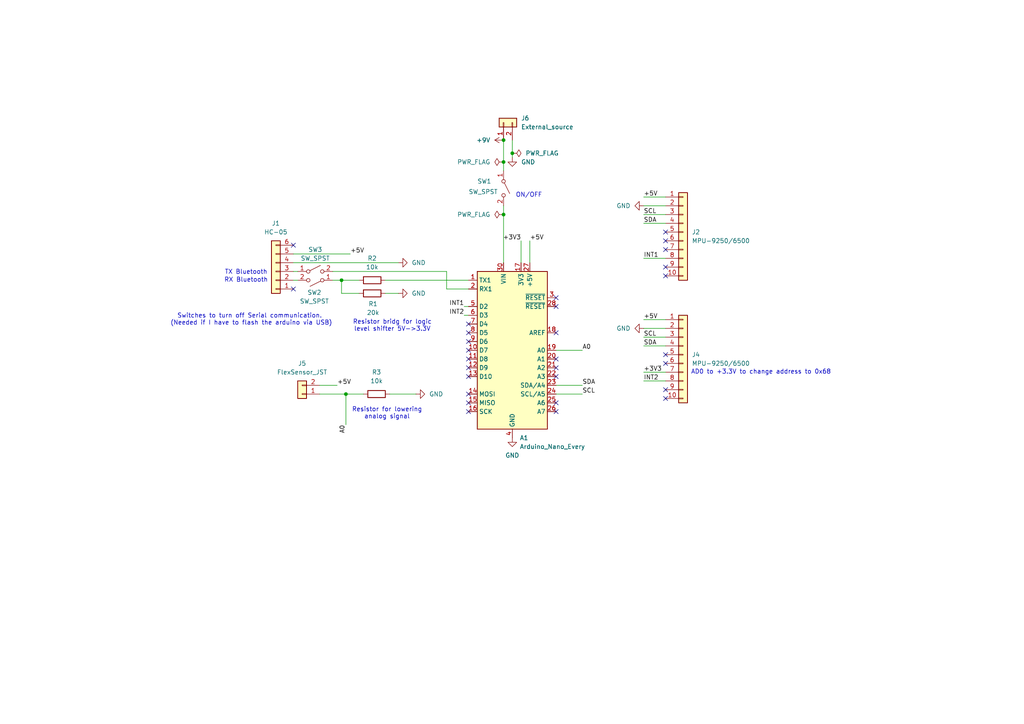
<source format=kicad_sch>
(kicad_sch
	(version 20250114)
	(generator "eeschema")
	(generator_version "9.0")
	(uuid "04b319d3-e2a0-42b2-a04d-2469baed8996")
	(paper "A4")
	(title_block
		(title "A_Glove_Interface")
		(date "2025-12-16")
	)
	(lib_symbols
		(symbol "Conn_01x10_1"
			(pin_names
				(offset 1.016)
				(hide yes)
			)
			(exclude_from_sim no)
			(in_bom yes)
			(on_board yes)
			(property "Reference" "J"
				(at 0 12.7 0)
				(effects
					(font
						(size 1.27 1.27)
					)
				)
			)
			(property "Value" "Conn_01x10"
				(at 0 -15.24 0)
				(effects
					(font
						(size 1.27 1.27)
					)
				)
			)
			(property "Footprint" ""
				(at 0 0 0)
				(effects
					(font
						(size 1.27 1.27)
					)
					(hide yes)
				)
			)
			(property "Datasheet" "~"
				(at 0 0 0)
				(effects
					(font
						(size 1.27 1.27)
					)
					(hide yes)
				)
			)
			(property "Description" "Generic connector, single row, 01x10, script generated (kicad-library-utils/schlib/autogen/connector/)"
				(at 0 0 0)
				(effects
					(font
						(size 1.27 1.27)
					)
					(hide yes)
				)
			)
			(property "ki_keywords" "connector"
				(at 0 0 0)
				(effects
					(font
						(size 1.27 1.27)
					)
					(hide yes)
				)
			)
			(property "ki_fp_filters" "Connector*:*_1x??_*"
				(at 0 0 0)
				(effects
					(font
						(size 1.27 1.27)
					)
					(hide yes)
				)
			)
			(symbol "Conn_01x10_1_1_1"
				(rectangle
					(start -1.27 11.43)
					(end 1.27 -13.97)
					(stroke
						(width 0.254)
						(type default)
					)
					(fill
						(type background)
					)
				)
				(rectangle
					(start -1.27 10.287)
					(end 0 10.033)
					(stroke
						(width 0.1524)
						(type default)
					)
					(fill
						(type none)
					)
				)
				(rectangle
					(start -1.27 7.747)
					(end 0 7.493)
					(stroke
						(width 0.1524)
						(type default)
					)
					(fill
						(type none)
					)
				)
				(rectangle
					(start -1.27 5.207)
					(end 0 4.953)
					(stroke
						(width 0.1524)
						(type default)
					)
					(fill
						(type none)
					)
				)
				(rectangle
					(start -1.27 2.667)
					(end 0 2.413)
					(stroke
						(width 0.1524)
						(type default)
					)
					(fill
						(type none)
					)
				)
				(rectangle
					(start -1.27 0.127)
					(end 0 -0.127)
					(stroke
						(width 0.1524)
						(type default)
					)
					(fill
						(type none)
					)
				)
				(rectangle
					(start -1.27 -2.413)
					(end 0 -2.667)
					(stroke
						(width 0.1524)
						(type default)
					)
					(fill
						(type none)
					)
				)
				(rectangle
					(start -1.27 -4.953)
					(end 0 -5.207)
					(stroke
						(width 0.1524)
						(type default)
					)
					(fill
						(type none)
					)
				)
				(rectangle
					(start -1.27 -7.493)
					(end 0 -7.747)
					(stroke
						(width 0.1524)
						(type default)
					)
					(fill
						(type none)
					)
				)
				(rectangle
					(start -1.27 -10.033)
					(end 0 -10.287)
					(stroke
						(width 0.1524)
						(type default)
					)
					(fill
						(type none)
					)
				)
				(rectangle
					(start -1.27 -12.573)
					(end 0 -12.827)
					(stroke
						(width 0.1524)
						(type default)
					)
					(fill
						(type none)
					)
				)
				(pin passive line
					(at -5.08 10.16 0)
					(length 3.81)
					(name "Pin_1"
						(effects
							(font
								(size 1.27 1.27)
							)
						)
					)
					(number "1"
						(effects
							(font
								(size 1.27 1.27)
							)
						)
					)
				)
				(pin passive line
					(at -5.08 7.62 0)
					(length 3.81)
					(name "Pin_2"
						(effects
							(font
								(size 1.27 1.27)
							)
						)
					)
					(number "2"
						(effects
							(font
								(size 1.27 1.27)
							)
						)
					)
				)
				(pin passive line
					(at -5.08 5.08 0)
					(length 3.81)
					(name "Pin_3"
						(effects
							(font
								(size 1.27 1.27)
							)
						)
					)
					(number "3"
						(effects
							(font
								(size 1.27 1.27)
							)
						)
					)
				)
				(pin passive line
					(at -5.08 2.54 0)
					(length 3.81)
					(name "Pin_4"
						(effects
							(font
								(size 1.27 1.27)
							)
						)
					)
					(number "4"
						(effects
							(font
								(size 1.27 1.27)
							)
						)
					)
				)
				(pin passive line
					(at -5.08 0 0)
					(length 3.81)
					(name "Pin_5"
						(effects
							(font
								(size 1.27 1.27)
							)
						)
					)
					(number "5"
						(effects
							(font
								(size 1.27 1.27)
							)
						)
					)
				)
				(pin passive line
					(at -5.08 -2.54 0)
					(length 3.81)
					(name "Pin_6"
						(effects
							(font
								(size 1.27 1.27)
							)
						)
					)
					(number "6"
						(effects
							(font
								(size 1.27 1.27)
							)
						)
					)
				)
				(pin passive line
					(at -5.08 -5.08 0)
					(length 3.81)
					(name "Pin_7"
						(effects
							(font
								(size 1.27 1.27)
							)
						)
					)
					(number "7"
						(effects
							(font
								(size 1.27 1.27)
							)
						)
					)
				)
				(pin passive line
					(at -5.08 -7.62 0)
					(length 3.81)
					(name "Pin_8"
						(effects
							(font
								(size 1.27 1.27)
							)
						)
					)
					(number "8"
						(effects
							(font
								(size 1.27 1.27)
							)
						)
					)
				)
				(pin passive line
					(at -5.08 -10.16 0)
					(length 3.81)
					(name "Pin_9"
						(effects
							(font
								(size 1.27 1.27)
							)
						)
					)
					(number "9"
						(effects
							(font
								(size 1.27 1.27)
							)
						)
					)
				)
				(pin passive line
					(at -5.08 -12.7 0)
					(length 3.81)
					(name "Pin_10"
						(effects
							(font
								(size 1.27 1.27)
							)
						)
					)
					(number "10"
						(effects
							(font
								(size 1.27 1.27)
							)
						)
					)
				)
			)
			(embedded_fonts no)
		)
		(symbol "Connector_Generic:Conn_01x02"
			(pin_names
				(offset 1.016)
				(hide yes)
			)
			(exclude_from_sim no)
			(in_bom yes)
			(on_board yes)
			(property "Reference" "J"
				(at 0 2.54 0)
				(effects
					(font
						(size 1.27 1.27)
					)
				)
			)
			(property "Value" "Conn_01x02"
				(at 0 -5.08 0)
				(effects
					(font
						(size 1.27 1.27)
					)
				)
			)
			(property "Footprint" ""
				(at 0 0 0)
				(effects
					(font
						(size 1.27 1.27)
					)
					(hide yes)
				)
			)
			(property "Datasheet" "~"
				(at 0 0 0)
				(effects
					(font
						(size 1.27 1.27)
					)
					(hide yes)
				)
			)
			(property "Description" "Generic connector, single row, 01x02, script generated (kicad-library-utils/schlib/autogen/connector/)"
				(at 0 0 0)
				(effects
					(font
						(size 1.27 1.27)
					)
					(hide yes)
				)
			)
			(property "ki_keywords" "connector"
				(at 0 0 0)
				(effects
					(font
						(size 1.27 1.27)
					)
					(hide yes)
				)
			)
			(property "ki_fp_filters" "Connector*:*_1x??_*"
				(at 0 0 0)
				(effects
					(font
						(size 1.27 1.27)
					)
					(hide yes)
				)
			)
			(symbol "Conn_01x02_1_1"
				(rectangle
					(start -1.27 1.27)
					(end 1.27 -3.81)
					(stroke
						(width 0.254)
						(type default)
					)
					(fill
						(type background)
					)
				)
				(rectangle
					(start -1.27 0.127)
					(end 0 -0.127)
					(stroke
						(width 0.1524)
						(type default)
					)
					(fill
						(type none)
					)
				)
				(rectangle
					(start -1.27 -2.413)
					(end 0 -2.667)
					(stroke
						(width 0.1524)
						(type default)
					)
					(fill
						(type none)
					)
				)
				(pin passive line
					(at -5.08 0 0)
					(length 3.81)
					(name "Pin_1"
						(effects
							(font
								(size 1.27 1.27)
							)
						)
					)
					(number "1"
						(effects
							(font
								(size 1.27 1.27)
							)
						)
					)
				)
				(pin passive line
					(at -5.08 -2.54 0)
					(length 3.81)
					(name "Pin_2"
						(effects
							(font
								(size 1.27 1.27)
							)
						)
					)
					(number "2"
						(effects
							(font
								(size 1.27 1.27)
							)
						)
					)
				)
			)
			(embedded_fonts no)
		)
		(symbol "Connector_Generic:Conn_01x06"
			(pin_names
				(offset 1.016)
				(hide yes)
			)
			(exclude_from_sim no)
			(in_bom yes)
			(on_board yes)
			(property "Reference" "J"
				(at 0 7.62 0)
				(effects
					(font
						(size 1.27 1.27)
					)
				)
			)
			(property "Value" "Conn_01x06"
				(at 0 -10.16 0)
				(effects
					(font
						(size 1.27 1.27)
					)
				)
			)
			(property "Footprint" ""
				(at 0 0 0)
				(effects
					(font
						(size 1.27 1.27)
					)
					(hide yes)
				)
			)
			(property "Datasheet" "~"
				(at 0 0 0)
				(effects
					(font
						(size 1.27 1.27)
					)
					(hide yes)
				)
			)
			(property "Description" "Generic connector, single row, 01x06, script generated (kicad-library-utils/schlib/autogen/connector/)"
				(at 0 0 0)
				(effects
					(font
						(size 1.27 1.27)
					)
					(hide yes)
				)
			)
			(property "ki_keywords" "connector"
				(at 0 0 0)
				(effects
					(font
						(size 1.27 1.27)
					)
					(hide yes)
				)
			)
			(property "ki_fp_filters" "Connector*:*_1x??_*"
				(at 0 0 0)
				(effects
					(font
						(size 1.27 1.27)
					)
					(hide yes)
				)
			)
			(symbol "Conn_01x06_1_1"
				(rectangle
					(start -1.27 6.35)
					(end 1.27 -8.89)
					(stroke
						(width 0.254)
						(type default)
					)
					(fill
						(type background)
					)
				)
				(rectangle
					(start -1.27 5.207)
					(end 0 4.953)
					(stroke
						(width 0.1524)
						(type default)
					)
					(fill
						(type none)
					)
				)
				(rectangle
					(start -1.27 2.667)
					(end 0 2.413)
					(stroke
						(width 0.1524)
						(type default)
					)
					(fill
						(type none)
					)
				)
				(rectangle
					(start -1.27 0.127)
					(end 0 -0.127)
					(stroke
						(width 0.1524)
						(type default)
					)
					(fill
						(type none)
					)
				)
				(rectangle
					(start -1.27 -2.413)
					(end 0 -2.667)
					(stroke
						(width 0.1524)
						(type default)
					)
					(fill
						(type none)
					)
				)
				(rectangle
					(start -1.27 -4.953)
					(end 0 -5.207)
					(stroke
						(width 0.1524)
						(type default)
					)
					(fill
						(type none)
					)
				)
				(rectangle
					(start -1.27 -7.493)
					(end 0 -7.747)
					(stroke
						(width 0.1524)
						(type default)
					)
					(fill
						(type none)
					)
				)
				(pin passive line
					(at -5.08 5.08 0)
					(length 3.81)
					(name "Pin_1"
						(effects
							(font
								(size 1.27 1.27)
							)
						)
					)
					(number "1"
						(effects
							(font
								(size 1.27 1.27)
							)
						)
					)
				)
				(pin passive line
					(at -5.08 2.54 0)
					(length 3.81)
					(name "Pin_2"
						(effects
							(font
								(size 1.27 1.27)
							)
						)
					)
					(number "2"
						(effects
							(font
								(size 1.27 1.27)
							)
						)
					)
				)
				(pin passive line
					(at -5.08 0 0)
					(length 3.81)
					(name "Pin_3"
						(effects
							(font
								(size 1.27 1.27)
							)
						)
					)
					(number "3"
						(effects
							(font
								(size 1.27 1.27)
							)
						)
					)
				)
				(pin passive line
					(at -5.08 -2.54 0)
					(length 3.81)
					(name "Pin_4"
						(effects
							(font
								(size 1.27 1.27)
							)
						)
					)
					(number "4"
						(effects
							(font
								(size 1.27 1.27)
							)
						)
					)
				)
				(pin passive line
					(at -5.08 -5.08 0)
					(length 3.81)
					(name "Pin_5"
						(effects
							(font
								(size 1.27 1.27)
							)
						)
					)
					(number "5"
						(effects
							(font
								(size 1.27 1.27)
							)
						)
					)
				)
				(pin passive line
					(at -5.08 -7.62 0)
					(length 3.81)
					(name "Pin_6"
						(effects
							(font
								(size 1.27 1.27)
							)
						)
					)
					(number "6"
						(effects
							(font
								(size 1.27 1.27)
							)
						)
					)
				)
			)
			(embedded_fonts no)
		)
		(symbol "Connector_Generic:Conn_01x10"
			(pin_names
				(offset 1.016)
				(hide yes)
			)
			(exclude_from_sim no)
			(in_bom yes)
			(on_board yes)
			(property "Reference" "J"
				(at 0 12.7 0)
				(effects
					(font
						(size 1.27 1.27)
					)
				)
			)
			(property "Value" "Conn_01x10"
				(at 0 -15.24 0)
				(effects
					(font
						(size 1.27 1.27)
					)
				)
			)
			(property "Footprint" ""
				(at 0 0 0)
				(effects
					(font
						(size 1.27 1.27)
					)
					(hide yes)
				)
			)
			(property "Datasheet" "~"
				(at 0 0 0)
				(effects
					(font
						(size 1.27 1.27)
					)
					(hide yes)
				)
			)
			(property "Description" "Generic connector, single row, 01x10, script generated (kicad-library-utils/schlib/autogen/connector/)"
				(at 0 0 0)
				(effects
					(font
						(size 1.27 1.27)
					)
					(hide yes)
				)
			)
			(property "ki_keywords" "connector"
				(at 0 0 0)
				(effects
					(font
						(size 1.27 1.27)
					)
					(hide yes)
				)
			)
			(property "ki_fp_filters" "Connector*:*_1x??_*"
				(at 0 0 0)
				(effects
					(font
						(size 1.27 1.27)
					)
					(hide yes)
				)
			)
			(symbol "Conn_01x10_1_1"
				(rectangle
					(start -1.27 11.43)
					(end 1.27 -13.97)
					(stroke
						(width 0.254)
						(type default)
					)
					(fill
						(type background)
					)
				)
				(rectangle
					(start -1.27 10.287)
					(end 0 10.033)
					(stroke
						(width 0.1524)
						(type default)
					)
					(fill
						(type none)
					)
				)
				(rectangle
					(start -1.27 7.747)
					(end 0 7.493)
					(stroke
						(width 0.1524)
						(type default)
					)
					(fill
						(type none)
					)
				)
				(rectangle
					(start -1.27 5.207)
					(end 0 4.953)
					(stroke
						(width 0.1524)
						(type default)
					)
					(fill
						(type none)
					)
				)
				(rectangle
					(start -1.27 2.667)
					(end 0 2.413)
					(stroke
						(width 0.1524)
						(type default)
					)
					(fill
						(type none)
					)
				)
				(rectangle
					(start -1.27 0.127)
					(end 0 -0.127)
					(stroke
						(width 0.1524)
						(type default)
					)
					(fill
						(type none)
					)
				)
				(rectangle
					(start -1.27 -2.413)
					(end 0 -2.667)
					(stroke
						(width 0.1524)
						(type default)
					)
					(fill
						(type none)
					)
				)
				(rectangle
					(start -1.27 -4.953)
					(end 0 -5.207)
					(stroke
						(width 0.1524)
						(type default)
					)
					(fill
						(type none)
					)
				)
				(rectangle
					(start -1.27 -7.493)
					(end 0 -7.747)
					(stroke
						(width 0.1524)
						(type default)
					)
					(fill
						(type none)
					)
				)
				(rectangle
					(start -1.27 -10.033)
					(end 0 -10.287)
					(stroke
						(width 0.1524)
						(type default)
					)
					(fill
						(type none)
					)
				)
				(rectangle
					(start -1.27 -12.573)
					(end 0 -12.827)
					(stroke
						(width 0.1524)
						(type default)
					)
					(fill
						(type none)
					)
				)
				(pin passive line
					(at -5.08 10.16 0)
					(length 3.81)
					(name "Pin_1"
						(effects
							(font
								(size 1.27 1.27)
							)
						)
					)
					(number "1"
						(effects
							(font
								(size 1.27 1.27)
							)
						)
					)
				)
				(pin passive line
					(at -5.08 7.62 0)
					(length 3.81)
					(name "Pin_2"
						(effects
							(font
								(size 1.27 1.27)
							)
						)
					)
					(number "2"
						(effects
							(font
								(size 1.27 1.27)
							)
						)
					)
				)
				(pin passive line
					(at -5.08 5.08 0)
					(length 3.81)
					(name "Pin_3"
						(effects
							(font
								(size 1.27 1.27)
							)
						)
					)
					(number "3"
						(effects
							(font
								(size 1.27 1.27)
							)
						)
					)
				)
				(pin passive line
					(at -5.08 2.54 0)
					(length 3.81)
					(name "Pin_4"
						(effects
							(font
								(size 1.27 1.27)
							)
						)
					)
					(number "4"
						(effects
							(font
								(size 1.27 1.27)
							)
						)
					)
				)
				(pin passive line
					(at -5.08 0 0)
					(length 3.81)
					(name "Pin_5"
						(effects
							(font
								(size 1.27 1.27)
							)
						)
					)
					(number "5"
						(effects
							(font
								(size 1.27 1.27)
							)
						)
					)
				)
				(pin passive line
					(at -5.08 -2.54 0)
					(length 3.81)
					(name "Pin_6"
						(effects
							(font
								(size 1.27 1.27)
							)
						)
					)
					(number "6"
						(effects
							(font
								(size 1.27 1.27)
							)
						)
					)
				)
				(pin passive line
					(at -5.08 -5.08 0)
					(length 3.81)
					(name "Pin_7"
						(effects
							(font
								(size 1.27 1.27)
							)
						)
					)
					(number "7"
						(effects
							(font
								(size 1.27 1.27)
							)
						)
					)
				)
				(pin passive line
					(at -5.08 -7.62 0)
					(length 3.81)
					(name "Pin_8"
						(effects
							(font
								(size 1.27 1.27)
							)
						)
					)
					(number "8"
						(effects
							(font
								(size 1.27 1.27)
							)
						)
					)
				)
				(pin passive line
					(at -5.08 -10.16 0)
					(length 3.81)
					(name "Pin_9"
						(effects
							(font
								(size 1.27 1.27)
							)
						)
					)
					(number "9"
						(effects
							(font
								(size 1.27 1.27)
							)
						)
					)
				)
				(pin passive line
					(at -5.08 -12.7 0)
					(length 3.81)
					(name "Pin_10"
						(effects
							(font
								(size 1.27 1.27)
							)
						)
					)
					(number "10"
						(effects
							(font
								(size 1.27 1.27)
							)
						)
					)
				)
			)
			(embedded_fonts no)
		)
		(symbol "Device:R"
			(pin_numbers
				(hide yes)
			)
			(pin_names
				(offset 0)
			)
			(exclude_from_sim no)
			(in_bom yes)
			(on_board yes)
			(property "Reference" "R"
				(at 2.032 0 90)
				(effects
					(font
						(size 1.27 1.27)
					)
				)
			)
			(property "Value" "R"
				(at 0 0 90)
				(effects
					(font
						(size 1.27 1.27)
					)
				)
			)
			(property "Footprint" ""
				(at -1.778 0 90)
				(effects
					(font
						(size 1.27 1.27)
					)
					(hide yes)
				)
			)
			(property "Datasheet" "~"
				(at 0 0 0)
				(effects
					(font
						(size 1.27 1.27)
					)
					(hide yes)
				)
			)
			(property "Description" "Resistor"
				(at 0 0 0)
				(effects
					(font
						(size 1.27 1.27)
					)
					(hide yes)
				)
			)
			(property "ki_keywords" "R res resistor"
				(at 0 0 0)
				(effects
					(font
						(size 1.27 1.27)
					)
					(hide yes)
				)
			)
			(property "ki_fp_filters" "R_*"
				(at 0 0 0)
				(effects
					(font
						(size 1.27 1.27)
					)
					(hide yes)
				)
			)
			(symbol "R_0_1"
				(rectangle
					(start -1.016 -2.54)
					(end 1.016 2.54)
					(stroke
						(width 0.254)
						(type default)
					)
					(fill
						(type none)
					)
				)
			)
			(symbol "R_1_1"
				(pin passive line
					(at 0 3.81 270)
					(length 1.27)
					(name "~"
						(effects
							(font
								(size 1.27 1.27)
							)
						)
					)
					(number "1"
						(effects
							(font
								(size 1.27 1.27)
							)
						)
					)
				)
				(pin passive line
					(at 0 -3.81 90)
					(length 1.27)
					(name "~"
						(effects
							(font
								(size 1.27 1.27)
							)
						)
					)
					(number "2"
						(effects
							(font
								(size 1.27 1.27)
							)
						)
					)
				)
			)
			(embedded_fonts no)
		)
		(symbol "MCU_Module:Arduino_Nano_Every"
			(exclude_from_sim no)
			(in_bom yes)
			(on_board yes)
			(property "Reference" "A"
				(at -10.16 23.495 0)
				(effects
					(font
						(size 1.27 1.27)
					)
					(justify left bottom)
				)
			)
			(property "Value" "Arduino_Nano_Every"
				(at 5.08 -24.13 0)
				(effects
					(font
						(size 1.27 1.27)
					)
					(justify left top)
				)
			)
			(property "Footprint" "Module:Arduino_Nano"
				(at 0 0 0)
				(effects
					(font
						(size 1.27 1.27)
						(italic yes)
					)
					(hide yes)
				)
			)
			(property "Datasheet" "https://content.arduino.cc/assets/NANOEveryV3.0_sch.pdf"
				(at 0 0 0)
				(effects
					(font
						(size 1.27 1.27)
					)
					(hide yes)
				)
			)
			(property "Description" "Arduino Nano Every"
				(at 0 0 0)
				(effects
					(font
						(size 1.27 1.27)
					)
					(hide yes)
				)
			)
			(property "ki_keywords" "Arduino nano microcontroller module USB UPDI AATMega4809 AVR"
				(at 0 0 0)
				(effects
					(font
						(size 1.27 1.27)
					)
					(hide yes)
				)
			)
			(property "ki_fp_filters" "Arduino*Nano*"
				(at 0 0 0)
				(effects
					(font
						(size 1.27 1.27)
					)
					(hide yes)
				)
			)
			(symbol "Arduino_Nano_Every_0_1"
				(rectangle
					(start -10.16 22.86)
					(end 10.16 -22.86)
					(stroke
						(width 0.254)
						(type default)
					)
					(fill
						(type background)
					)
				)
			)
			(symbol "Arduino_Nano_Every_1_1"
				(pin bidirectional line
					(at -12.7 20.32 0)
					(length 2.54)
					(name "TX1"
						(effects
							(font
								(size 1.27 1.27)
							)
						)
					)
					(number "1"
						(effects
							(font
								(size 1.27 1.27)
							)
						)
					)
				)
				(pin bidirectional line
					(at -12.7 17.78 0)
					(length 2.54)
					(name "RX1"
						(effects
							(font
								(size 1.27 1.27)
							)
						)
					)
					(number "2"
						(effects
							(font
								(size 1.27 1.27)
							)
						)
					)
				)
				(pin bidirectional line
					(at -12.7 12.7 0)
					(length 2.54)
					(name "D2"
						(effects
							(font
								(size 1.27 1.27)
							)
						)
					)
					(number "5"
						(effects
							(font
								(size 1.27 1.27)
							)
						)
					)
				)
				(pin bidirectional line
					(at -12.7 10.16 0)
					(length 2.54)
					(name "D3"
						(effects
							(font
								(size 1.27 1.27)
							)
						)
					)
					(number "6"
						(effects
							(font
								(size 1.27 1.27)
							)
						)
					)
				)
				(pin bidirectional line
					(at -12.7 7.62 0)
					(length 2.54)
					(name "D4"
						(effects
							(font
								(size 1.27 1.27)
							)
						)
					)
					(number "7"
						(effects
							(font
								(size 1.27 1.27)
							)
						)
					)
				)
				(pin bidirectional line
					(at -12.7 5.08 0)
					(length 2.54)
					(name "D5"
						(effects
							(font
								(size 1.27 1.27)
							)
						)
					)
					(number "8"
						(effects
							(font
								(size 1.27 1.27)
							)
						)
					)
				)
				(pin bidirectional line
					(at -12.7 2.54 0)
					(length 2.54)
					(name "D6"
						(effects
							(font
								(size 1.27 1.27)
							)
						)
					)
					(number "9"
						(effects
							(font
								(size 1.27 1.27)
							)
						)
					)
				)
				(pin bidirectional line
					(at -12.7 0 0)
					(length 2.54)
					(name "D7"
						(effects
							(font
								(size 1.27 1.27)
							)
						)
					)
					(number "10"
						(effects
							(font
								(size 1.27 1.27)
							)
						)
					)
				)
				(pin bidirectional line
					(at -12.7 -2.54 0)
					(length 2.54)
					(name "D8"
						(effects
							(font
								(size 1.27 1.27)
							)
						)
					)
					(number "11"
						(effects
							(font
								(size 1.27 1.27)
							)
						)
					)
				)
				(pin bidirectional line
					(at -12.7 -5.08 0)
					(length 2.54)
					(name "D9"
						(effects
							(font
								(size 1.27 1.27)
							)
						)
					)
					(number "12"
						(effects
							(font
								(size 1.27 1.27)
							)
						)
					)
				)
				(pin bidirectional line
					(at -12.7 -7.62 0)
					(length 2.54)
					(name "D10"
						(effects
							(font
								(size 1.27 1.27)
							)
						)
					)
					(number "13"
						(effects
							(font
								(size 1.27 1.27)
							)
						)
					)
				)
				(pin bidirectional line
					(at -12.7 -12.7 0)
					(length 2.54)
					(name "MOSI"
						(effects
							(font
								(size 1.27 1.27)
							)
						)
					)
					(number "14"
						(effects
							(font
								(size 1.27 1.27)
							)
						)
					)
				)
				(pin bidirectional line
					(at -12.7 -15.24 0)
					(length 2.54)
					(name "MISO"
						(effects
							(font
								(size 1.27 1.27)
							)
						)
					)
					(number "15"
						(effects
							(font
								(size 1.27 1.27)
							)
						)
					)
				)
				(pin bidirectional line
					(at -12.7 -17.78 0)
					(length 2.54)
					(name "SCK"
						(effects
							(font
								(size 1.27 1.27)
							)
						)
					)
					(number "16"
						(effects
							(font
								(size 1.27 1.27)
							)
						)
					)
				)
				(pin power_in line
					(at -2.54 25.4 270)
					(length 2.54)
					(name "VIN"
						(effects
							(font
								(size 1.27 1.27)
							)
						)
					)
					(number "30"
						(effects
							(font
								(size 1.27 1.27)
							)
						)
					)
				)
				(pin passive line
					(at 0 -25.4 90)
					(length 2.54)
					(hide yes)
					(name "GND"
						(effects
							(font
								(size 1.27 1.27)
							)
						)
					)
					(number "29"
						(effects
							(font
								(size 1.27 1.27)
							)
						)
					)
				)
				(pin power_in line
					(at 0 -25.4 90)
					(length 2.54)
					(name "GND"
						(effects
							(font
								(size 1.27 1.27)
							)
						)
					)
					(number "4"
						(effects
							(font
								(size 1.27 1.27)
							)
						)
					)
				)
				(pin power_out line
					(at 2.54 25.4 270)
					(length 2.54)
					(name "3V3"
						(effects
							(font
								(size 1.27 1.27)
							)
						)
					)
					(number "17"
						(effects
							(font
								(size 1.27 1.27)
							)
						)
					)
				)
				(pin power_out line
					(at 5.08 25.4 270)
					(length 2.54)
					(name "+5V"
						(effects
							(font
								(size 1.27 1.27)
							)
						)
					)
					(number "27"
						(effects
							(font
								(size 1.27 1.27)
							)
						)
					)
				)
				(pin input line
					(at 12.7 15.24 180)
					(length 2.54)
					(name "~{RESET}"
						(effects
							(font
								(size 1.27 1.27)
							)
						)
					)
					(number "3"
						(effects
							(font
								(size 1.27 1.27)
							)
						)
					)
				)
				(pin input line
					(at 12.7 12.7 180)
					(length 2.54)
					(name "~{RESET}"
						(effects
							(font
								(size 1.27 1.27)
							)
						)
					)
					(number "28"
						(effects
							(font
								(size 1.27 1.27)
							)
						)
					)
				)
				(pin input line
					(at 12.7 5.08 180)
					(length 2.54)
					(name "AREF"
						(effects
							(font
								(size 1.27 1.27)
							)
						)
					)
					(number "18"
						(effects
							(font
								(size 1.27 1.27)
							)
						)
					)
				)
				(pin bidirectional line
					(at 12.7 0 180)
					(length 2.54)
					(name "A0"
						(effects
							(font
								(size 1.27 1.27)
							)
						)
					)
					(number "19"
						(effects
							(font
								(size 1.27 1.27)
							)
						)
					)
				)
				(pin bidirectional line
					(at 12.7 -2.54 180)
					(length 2.54)
					(name "A1"
						(effects
							(font
								(size 1.27 1.27)
							)
						)
					)
					(number "20"
						(effects
							(font
								(size 1.27 1.27)
							)
						)
					)
				)
				(pin bidirectional line
					(at 12.7 -5.08 180)
					(length 2.54)
					(name "A2"
						(effects
							(font
								(size 1.27 1.27)
							)
						)
					)
					(number "21"
						(effects
							(font
								(size 1.27 1.27)
							)
						)
					)
				)
				(pin bidirectional line
					(at 12.7 -7.62 180)
					(length 2.54)
					(name "A3"
						(effects
							(font
								(size 1.27 1.27)
							)
						)
					)
					(number "22"
						(effects
							(font
								(size 1.27 1.27)
							)
						)
					)
				)
				(pin bidirectional line
					(at 12.7 -10.16 180)
					(length 2.54)
					(name "SDA/A4"
						(effects
							(font
								(size 1.27 1.27)
							)
						)
					)
					(number "23"
						(effects
							(font
								(size 1.27 1.27)
							)
						)
					)
				)
				(pin bidirectional line
					(at 12.7 -12.7 180)
					(length 2.54)
					(name "SCL/A5"
						(effects
							(font
								(size 1.27 1.27)
							)
						)
					)
					(number "24"
						(effects
							(font
								(size 1.27 1.27)
							)
						)
					)
				)
				(pin bidirectional line
					(at 12.7 -15.24 180)
					(length 2.54)
					(name "A6"
						(effects
							(font
								(size 1.27 1.27)
							)
						)
					)
					(number "25"
						(effects
							(font
								(size 1.27 1.27)
							)
						)
					)
				)
				(pin bidirectional line
					(at 12.7 -17.78 180)
					(length 2.54)
					(name "A7"
						(effects
							(font
								(size 1.27 1.27)
							)
						)
					)
					(number "26"
						(effects
							(font
								(size 1.27 1.27)
							)
						)
					)
				)
			)
			(embedded_fonts no)
		)
		(symbol "Switch:SW_SPST"
			(pin_names
				(offset 0)
				(hide yes)
			)
			(exclude_from_sim no)
			(in_bom yes)
			(on_board yes)
			(property "Reference" "SW"
				(at 0 3.175 0)
				(effects
					(font
						(size 1.27 1.27)
					)
				)
			)
			(property "Value" "SW_SPST"
				(at 0 -2.54 0)
				(effects
					(font
						(size 1.27 1.27)
					)
				)
			)
			(property "Footprint" ""
				(at 0 0 0)
				(effects
					(font
						(size 1.27 1.27)
					)
					(hide yes)
				)
			)
			(property "Datasheet" "~"
				(at 0 0 0)
				(effects
					(font
						(size 1.27 1.27)
					)
					(hide yes)
				)
			)
			(property "Description" "Single Pole Single Throw (SPST) switch"
				(at 0 0 0)
				(effects
					(font
						(size 1.27 1.27)
					)
					(hide yes)
				)
			)
			(property "ki_keywords" "switch lever"
				(at 0 0 0)
				(effects
					(font
						(size 1.27 1.27)
					)
					(hide yes)
				)
			)
			(symbol "SW_SPST_0_0"
				(circle
					(center -2.032 0)
					(radius 0.508)
					(stroke
						(width 0)
						(type default)
					)
					(fill
						(type none)
					)
				)
				(polyline
					(pts
						(xy -1.524 0.254) (xy 1.524 1.778)
					)
					(stroke
						(width 0)
						(type default)
					)
					(fill
						(type none)
					)
				)
				(circle
					(center 2.032 0)
					(radius 0.508)
					(stroke
						(width 0)
						(type default)
					)
					(fill
						(type none)
					)
				)
			)
			(symbol "SW_SPST_1_1"
				(pin passive line
					(at -5.08 0 0)
					(length 2.54)
					(name "A"
						(effects
							(font
								(size 1.27 1.27)
							)
						)
					)
					(number "1"
						(effects
							(font
								(size 1.27 1.27)
							)
						)
					)
				)
				(pin passive line
					(at 5.08 0 180)
					(length 2.54)
					(name "B"
						(effects
							(font
								(size 1.27 1.27)
							)
						)
					)
					(number "2"
						(effects
							(font
								(size 1.27 1.27)
							)
						)
					)
				)
			)
			(embedded_fonts no)
		)
		(symbol "power:GND"
			(power)
			(pin_numbers
				(hide yes)
			)
			(pin_names
				(offset 0)
				(hide yes)
			)
			(exclude_from_sim no)
			(in_bom yes)
			(on_board yes)
			(property "Reference" "#PWR"
				(at 0 -6.35 0)
				(effects
					(font
						(size 1.27 1.27)
					)
					(hide yes)
				)
			)
			(property "Value" "GND"
				(at 0 -3.81 0)
				(effects
					(font
						(size 1.27 1.27)
					)
				)
			)
			(property "Footprint" ""
				(at 0 0 0)
				(effects
					(font
						(size 1.27 1.27)
					)
					(hide yes)
				)
			)
			(property "Datasheet" ""
				(at 0 0 0)
				(effects
					(font
						(size 1.27 1.27)
					)
					(hide yes)
				)
			)
			(property "Description" "Power symbol creates a global label with name \"GND\" , ground"
				(at 0 0 0)
				(effects
					(font
						(size 1.27 1.27)
					)
					(hide yes)
				)
			)
			(property "ki_keywords" "global power"
				(at 0 0 0)
				(effects
					(font
						(size 1.27 1.27)
					)
					(hide yes)
				)
			)
			(symbol "GND_0_1"
				(polyline
					(pts
						(xy 0 0) (xy 0 -1.27) (xy 1.27 -1.27) (xy 0 -2.54) (xy -1.27 -1.27) (xy 0 -1.27)
					)
					(stroke
						(width 0)
						(type default)
					)
					(fill
						(type none)
					)
				)
			)
			(symbol "GND_1_1"
				(pin power_in line
					(at 0 0 270)
					(length 0)
					(name "~"
						(effects
							(font
								(size 1.27 1.27)
							)
						)
					)
					(number "1"
						(effects
							(font
								(size 1.27 1.27)
							)
						)
					)
				)
			)
			(embedded_fonts no)
		)
		(symbol "power:PWR_FLAG"
			(power)
			(pin_numbers
				(hide yes)
			)
			(pin_names
				(offset 0)
				(hide yes)
			)
			(exclude_from_sim no)
			(in_bom yes)
			(on_board yes)
			(property "Reference" "#FLG"
				(at 0 1.905 0)
				(effects
					(font
						(size 1.27 1.27)
					)
					(hide yes)
				)
			)
			(property "Value" "PWR_FLAG"
				(at 0 3.81 0)
				(effects
					(font
						(size 1.27 1.27)
					)
				)
			)
			(property "Footprint" ""
				(at 0 0 0)
				(effects
					(font
						(size 1.27 1.27)
					)
					(hide yes)
				)
			)
			(property "Datasheet" "~"
				(at 0 0 0)
				(effects
					(font
						(size 1.27 1.27)
					)
					(hide yes)
				)
			)
			(property "Description" "Special symbol for telling ERC where power comes from"
				(at 0 0 0)
				(effects
					(font
						(size 1.27 1.27)
					)
					(hide yes)
				)
			)
			(property "ki_keywords" "flag power"
				(at 0 0 0)
				(effects
					(font
						(size 1.27 1.27)
					)
					(hide yes)
				)
			)
			(symbol "PWR_FLAG_0_0"
				(pin power_out line
					(at 0 0 90)
					(length 0)
					(name "~"
						(effects
							(font
								(size 1.27 1.27)
							)
						)
					)
					(number "1"
						(effects
							(font
								(size 1.27 1.27)
							)
						)
					)
				)
			)
			(symbol "PWR_FLAG_0_1"
				(polyline
					(pts
						(xy 0 0) (xy 0 1.27) (xy -1.016 1.905) (xy 0 2.54) (xy 1.016 1.905) (xy 0 1.27)
					)
					(stroke
						(width 0)
						(type default)
					)
					(fill
						(type none)
					)
				)
			)
			(embedded_fonts no)
		)
		(symbol "power:VCC"
			(power)
			(pin_numbers
				(hide yes)
			)
			(pin_names
				(offset 0)
				(hide yes)
			)
			(exclude_from_sim no)
			(in_bom yes)
			(on_board yes)
			(property "Reference" "#PWR"
				(at 0 -3.81 0)
				(effects
					(font
						(size 1.27 1.27)
					)
					(hide yes)
				)
			)
			(property "Value" "VCC"
				(at 0 3.556 0)
				(effects
					(font
						(size 1.27 1.27)
					)
				)
			)
			(property "Footprint" ""
				(at 0 0 0)
				(effects
					(font
						(size 1.27 1.27)
					)
					(hide yes)
				)
			)
			(property "Datasheet" ""
				(at 0 0 0)
				(effects
					(font
						(size 1.27 1.27)
					)
					(hide yes)
				)
			)
			(property "Description" "Power symbol creates a global label with name \"VCC\""
				(at 0 0 0)
				(effects
					(font
						(size 1.27 1.27)
					)
					(hide yes)
				)
			)
			(property "ki_keywords" "global power"
				(at 0 0 0)
				(effects
					(font
						(size 1.27 1.27)
					)
					(hide yes)
				)
			)
			(symbol "VCC_0_1"
				(polyline
					(pts
						(xy -0.762 1.27) (xy 0 2.54)
					)
					(stroke
						(width 0)
						(type default)
					)
					(fill
						(type none)
					)
				)
				(polyline
					(pts
						(xy 0 2.54) (xy 0.762 1.27)
					)
					(stroke
						(width 0)
						(type default)
					)
					(fill
						(type none)
					)
				)
				(polyline
					(pts
						(xy 0 0) (xy 0 2.54)
					)
					(stroke
						(width 0)
						(type default)
					)
					(fill
						(type none)
					)
				)
			)
			(symbol "VCC_1_1"
				(pin power_in line
					(at 0 0 90)
					(length 0)
					(name "~"
						(effects
							(font
								(size 1.27 1.27)
							)
						)
					)
					(number "1"
						(effects
							(font
								(size 1.27 1.27)
							)
						)
					)
				)
			)
			(embedded_fonts no)
		)
	)
	(text "Resistor for lowering\nanalog signal"
		(exclude_from_sim no)
		(at 112.268 119.888 0)
		(effects
			(font
				(size 1.27 1.27)
			)
		)
		(uuid "00c5c912-8fad-4c14-ac81-3c9766b27e07")
	)
	(text "AD0 to +3.3V to change address to 0x68"
		(exclude_from_sim no)
		(at 220.726 107.95 0)
		(effects
			(font
				(size 1.27 1.27)
			)
		)
		(uuid "169571b8-bd7a-4f2c-aca3-a821449c2b42")
	)
	(text "Switches to turn off Serial communication. \n(Needed if I have to flash the arduino via USB)\n"
		(exclude_from_sim no)
		(at 72.898 92.71 0)
		(effects
			(font
				(size 1.27 1.27)
			)
		)
		(uuid "1ecf959f-7be7-4c1e-9bdd-88358761d758")
	)
	(text "ON/OFF\n"
		(exclude_from_sim no)
		(at 153.416 56.642 0)
		(effects
			(font
				(size 1.27 1.27)
			)
		)
		(uuid "432208f3-fe40-4e6e-bab8-85c5d65e623d")
	)
	(text "RX Bluetooth"
		(exclude_from_sim no)
		(at 71.374 81.28 0)
		(effects
			(font
				(size 1.27 1.27)
			)
		)
		(uuid "81befe91-cefb-419f-9923-22c7dbdba1cd")
	)
	(text "Resistor bridg for logic\nlevel shifter 5V->3.3V"
		(exclude_from_sim no)
		(at 113.792 94.488 0)
		(effects
			(font
				(size 1.27 1.27)
			)
		)
		(uuid "c41b2583-cb0b-48a9-a947-3d45ca2be8b7")
	)
	(text "TX Bluetooth\n"
		(exclude_from_sim no)
		(at 71.374 78.994 0)
		(effects
			(font
				(size 1.27 1.27)
			)
		)
		(uuid "dbdd4bd2-7b7d-42e2-916a-f62362fb6c8d")
	)
	(junction
		(at 99.06 81.28)
		(diameter 0)
		(color 0 0 0 0)
		(uuid "0205ff9a-c390-4d24-b5b0-a2602785a327")
	)
	(junction
		(at 148.59 44.45)
		(diameter 0)
		(color 0 0 0 0)
		(uuid "553ea01e-db8a-4c21-8526-de42375aa5a0")
	)
	(junction
		(at 146.05 40.64)
		(diameter 0)
		(color 0 0 0 0)
		(uuid "5bfd0072-ef7b-4b93-838d-5047621960a2")
	)
	(junction
		(at 146.05 62.23)
		(diameter 0)
		(color 0 0 0 0)
		(uuid "b8c24ba9-4129-4bc0-8eef-46e513088fff")
	)
	(junction
		(at 146.05 46.99)
		(diameter 0)
		(color 0 0 0 0)
		(uuid "cc82fb47-7f03-4a9a-ac5a-32d4604df3f1")
	)
	(junction
		(at 100.33 114.3)
		(diameter 0)
		(color 0 0 0 0)
		(uuid "dccc0938-9be1-47e1-b053-0b4e58123e99")
	)
	(no_connect
		(at 135.89 101.6)
		(uuid "029f426c-6fd9-4909-ae73-298b82b9faef")
	)
	(no_connect
		(at 135.89 106.68)
		(uuid "08b5a97e-0e6e-4ef6-8375-f019a14786a1")
	)
	(no_connect
		(at 193.04 77.47)
		(uuid "0fda653b-3241-41e9-96dc-fef0f1a9db5b")
	)
	(no_connect
		(at 135.89 96.52)
		(uuid "13937fee-7f46-4df7-87e9-60198f23cd91")
	)
	(no_connect
		(at 193.04 80.01)
		(uuid "19c08d5e-b280-44a8-924f-7dcd4d69e80c")
	)
	(no_connect
		(at 161.29 116.84)
		(uuid "1d03dc80-75c6-44e3-9cd4-f08931d53570")
	)
	(no_connect
		(at 161.29 88.9)
		(uuid "23320add-fffe-49b0-8aff-986abe8f0fd6")
	)
	(no_connect
		(at 135.89 93.98)
		(uuid "40a1ea8d-5acf-4e36-b3cd-726586947015")
	)
	(no_connect
		(at 85.09 71.12)
		(uuid "4121dae4-6061-4a9b-a405-eaae6bbebe4d")
	)
	(no_connect
		(at 161.29 109.22)
		(uuid "49b8f324-d6b1-4546-8084-270ac0699dca")
	)
	(no_connect
		(at 135.89 116.84)
		(uuid "5a527602-4ec2-4569-ac01-cc88076a5df6")
	)
	(no_connect
		(at 161.29 104.14)
		(uuid "5cd6fb7c-683f-436f-b8ac-27993bd2b933")
	)
	(no_connect
		(at 135.89 104.14)
		(uuid "630a05b8-5268-46fb-97f7-e7f51be2a06d")
	)
	(no_connect
		(at 193.04 115.57)
		(uuid "63b73ca4-99ac-4062-a28c-1e0453a8ebe2")
	)
	(no_connect
		(at 193.04 113.03)
		(uuid "89b7ce28-389f-44ac-ae13-1ec1b401852d")
	)
	(no_connect
		(at 161.29 86.36)
		(uuid "8bdf6182-74c2-4fc3-958b-51c8995cc122")
	)
	(no_connect
		(at 135.89 119.38)
		(uuid "95b706cb-5478-4ae5-8558-e8f1d322dd29")
	)
	(no_connect
		(at 193.04 105.41)
		(uuid "9bcc2812-b731-4612-b947-37db60695aea")
	)
	(no_connect
		(at 135.89 114.3)
		(uuid "b5e92a44-eff8-40ca-8329-f6a48c9a73aa")
	)
	(no_connect
		(at 161.29 106.68)
		(uuid "c4c9ecf0-4ca1-498b-805c-0874129316ac")
	)
	(no_connect
		(at 193.04 102.87)
		(uuid "d274c28c-d53b-4cf2-995c-0b0aa8d511a1")
	)
	(no_connect
		(at 193.04 72.39)
		(uuid "dd3cf386-a034-49d8-9723-c8b998fa3b83")
	)
	(no_connect
		(at 161.29 96.52)
		(uuid "e14bad73-2fde-4631-9e57-0703d73ff8df")
	)
	(no_connect
		(at 135.89 99.06)
		(uuid "e3931920-8375-41ab-adbf-78ebe30aeea1")
	)
	(no_connect
		(at 193.04 67.31)
		(uuid "e743e474-0666-4daa-9e5f-534171ece758")
	)
	(no_connect
		(at 193.04 69.85)
		(uuid "ee416a74-baf8-48bd-9105-a850f6a66779")
	)
	(no_connect
		(at 135.89 109.22)
		(uuid "ef2d1190-ccc7-4165-90f3-564bfeaa230f")
	)
	(no_connect
		(at 85.09 83.82)
		(uuid "f8112595-0893-4965-b497-f79c8ba430d7")
	)
	(no_connect
		(at 161.29 119.38)
		(uuid "fd6c37ef-b6d4-4472-af2d-66c791184cb3")
	)
	(wire
		(pts
			(xy 148.59 44.45) (xy 148.59 40.64)
		)
		(stroke
			(width 0)
			(type default)
		)
		(uuid "07a76ef3-1361-4cf4-9b66-d5e8b7e22b03")
	)
	(wire
		(pts
			(xy 129.54 83.82) (xy 129.54 78.74)
		)
		(stroke
			(width 0)
			(type default)
		)
		(uuid "1840283c-46a7-42ac-ac3c-bd7cce126343")
	)
	(wire
		(pts
			(xy 99.06 85.09) (xy 99.06 81.28)
		)
		(stroke
			(width 0)
			(type default)
		)
		(uuid "1a18b572-5ebe-42e1-9f89-41d2eac2c8b5")
	)
	(wire
		(pts
			(xy 186.69 62.23) (xy 193.04 62.23)
		)
		(stroke
			(width 0)
			(type default)
		)
		(uuid "2133ae1f-ed55-43d7-b693-67fb3335f6e3")
	)
	(wire
		(pts
			(xy 153.67 69.85) (xy 153.67 76.2)
		)
		(stroke
			(width 0)
			(type default)
		)
		(uuid "27afa118-9fa1-4dbc-83b3-0ed87359ab15")
	)
	(wire
		(pts
			(xy 146.05 40.64) (xy 146.05 46.99)
		)
		(stroke
			(width 0)
			(type default)
		)
		(uuid "2fe211be-b04b-46f1-a4b4-7e53fd6f670a")
	)
	(wire
		(pts
			(xy 96.52 81.28) (xy 99.06 81.28)
		)
		(stroke
			(width 0)
			(type default)
		)
		(uuid "39ccbb3a-28ff-4982-ad04-bb5f1ca59797")
	)
	(wire
		(pts
			(xy 146.05 62.23) (xy 146.05 76.2)
		)
		(stroke
			(width 0)
			(type default)
		)
		(uuid "3ea0368a-3584-4728-8e57-5101ef4b646b")
	)
	(wire
		(pts
			(xy 146.05 46.99) (xy 146.05 49.53)
		)
		(stroke
			(width 0)
			(type default)
		)
		(uuid "42277bd0-ad12-4265-a8df-5c4fd5c4740f")
	)
	(wire
		(pts
			(xy 92.71 114.3) (xy 100.33 114.3)
		)
		(stroke
			(width 0)
			(type default)
		)
		(uuid "4cba589c-c919-46f7-92b0-a67e7a27b95a")
	)
	(wire
		(pts
			(xy 186.69 97.79) (xy 193.04 97.79)
		)
		(stroke
			(width 0)
			(type default)
		)
		(uuid "50393575-5e19-4ba7-8ed1-de457c8e7dbf")
	)
	(wire
		(pts
			(xy 186.69 100.33) (xy 193.04 100.33)
		)
		(stroke
			(width 0)
			(type default)
		)
		(uuid "511fc5ed-e593-4550-84ca-eb842d658540")
	)
	(wire
		(pts
			(xy 161.29 111.76) (xy 168.91 111.76)
		)
		(stroke
			(width 0)
			(type default)
		)
		(uuid "5790c4c4-3d7c-4e38-a6bc-4f5c885826af")
	)
	(wire
		(pts
			(xy 111.76 81.28) (xy 135.89 81.28)
		)
		(stroke
			(width 0)
			(type default)
		)
		(uuid "586c2124-3f91-4cec-99c4-dad48a4a4544")
	)
	(wire
		(pts
			(xy 134.62 88.9) (xy 135.89 88.9)
		)
		(stroke
			(width 0)
			(type default)
		)
		(uuid "5f51c4f2-c03e-4668-9105-8c2447ef6713")
	)
	(wire
		(pts
			(xy 186.69 64.77) (xy 193.04 64.77)
		)
		(stroke
			(width 0)
			(type default)
		)
		(uuid "642cf76f-f519-415f-8b2c-4b09dee9e854")
	)
	(wire
		(pts
			(xy 186.69 110.49) (xy 193.04 110.49)
		)
		(stroke
			(width 0)
			(type default)
		)
		(uuid "653848d7-5d3f-4f08-8050-34b53034a63b")
	)
	(wire
		(pts
			(xy 186.69 57.15) (xy 193.04 57.15)
		)
		(stroke
			(width 0)
			(type default)
		)
		(uuid "6551c08f-9919-45ae-9f5e-0f0a47ea07cf")
	)
	(wire
		(pts
			(xy 92.71 111.76) (xy 97.79 111.76)
		)
		(stroke
			(width 0)
			(type default)
		)
		(uuid "729d385f-8678-4b05-862d-42da9f0957b8")
	)
	(wire
		(pts
			(xy 101.6 73.66) (xy 85.09 73.66)
		)
		(stroke
			(width 0)
			(type default)
		)
		(uuid "79b5236c-bd8e-461a-9def-e0bda1f1ef1e")
	)
	(wire
		(pts
			(xy 186.69 92.71) (xy 193.04 92.71)
		)
		(stroke
			(width 0)
			(type default)
		)
		(uuid "7e117c24-e0c0-4b3c-840d-326b8503532b")
	)
	(wire
		(pts
			(xy 100.33 114.3) (xy 105.41 114.3)
		)
		(stroke
			(width 0)
			(type default)
		)
		(uuid "8029f294-96f1-4042-abe3-18828b152261")
	)
	(wire
		(pts
			(xy 96.52 78.74) (xy 129.54 78.74)
		)
		(stroke
			(width 0)
			(type default)
		)
		(uuid "89172996-2b06-47dd-bc3b-ed9005c96e4c")
	)
	(wire
		(pts
			(xy 104.14 85.09) (xy 99.06 85.09)
		)
		(stroke
			(width 0)
			(type default)
		)
		(uuid "89b60c3d-0647-43a6-bef7-81ee7aba5069")
	)
	(wire
		(pts
			(xy 148.59 45.72) (xy 148.59 44.45)
		)
		(stroke
			(width 0)
			(type default)
		)
		(uuid "8d2e2106-69f0-457c-a039-d1a8b786ca04")
	)
	(wire
		(pts
			(xy 161.29 114.3) (xy 168.91 114.3)
		)
		(stroke
			(width 0)
			(type default)
		)
		(uuid "91e44208-8eda-4c25-8157-161817bbea2b")
	)
	(wire
		(pts
			(xy 111.76 85.09) (xy 115.57 85.09)
		)
		(stroke
			(width 0)
			(type default)
		)
		(uuid "9679e031-c6cc-4f1b-8810-61f0977b70fe")
	)
	(wire
		(pts
			(xy 186.69 59.69) (xy 193.04 59.69)
		)
		(stroke
			(width 0)
			(type default)
		)
		(uuid "a7a777d3-185c-4237-8430-c8d28ec70395")
	)
	(wire
		(pts
			(xy 99.06 81.28) (xy 104.14 81.28)
		)
		(stroke
			(width 0)
			(type default)
		)
		(uuid "ae26401f-9e1d-4b58-8a49-912045c328bf")
	)
	(wire
		(pts
			(xy 134.62 91.44) (xy 135.89 91.44)
		)
		(stroke
			(width 0)
			(type default)
		)
		(uuid "aeaaa134-cf34-4544-b984-0cdbd74c7f36")
	)
	(wire
		(pts
			(xy 113.03 114.3) (xy 120.65 114.3)
		)
		(stroke
			(width 0)
			(type default)
		)
		(uuid "b137617e-e90f-498c-ab15-195c7e3fa039")
	)
	(wire
		(pts
			(xy 85.09 78.74) (xy 86.36 78.74)
		)
		(stroke
			(width 0)
			(type default)
		)
		(uuid "baccae0a-a5e1-4a33-971d-1d2093cdf5dd")
	)
	(wire
		(pts
			(xy 100.33 114.3) (xy 100.33 123.19)
		)
		(stroke
			(width 0)
			(type default)
		)
		(uuid "bc81437d-fb94-473a-af07-e111a8df42f5")
	)
	(wire
		(pts
			(xy 186.69 74.93) (xy 193.04 74.93)
		)
		(stroke
			(width 0)
			(type default)
		)
		(uuid "bdad3756-fd49-4531-8df3-fdd5214ec583")
	)
	(wire
		(pts
			(xy 146.05 59.69) (xy 146.05 62.23)
		)
		(stroke
			(width 0)
			(type default)
		)
		(uuid "c92bc9d9-e9ea-49c3-af5c-c304948037e9")
	)
	(wire
		(pts
			(xy 85.09 76.2) (xy 115.57 76.2)
		)
		(stroke
			(width 0)
			(type default)
		)
		(uuid "d3c5121f-3467-4b30-a05a-fbe77e7d9e5c")
	)
	(wire
		(pts
			(xy 129.54 83.82) (xy 135.89 83.82)
		)
		(stroke
			(width 0)
			(type default)
		)
		(uuid "df0ecba4-bd0a-46d6-899e-db50732d7ce4")
	)
	(wire
		(pts
			(xy 186.69 107.95) (xy 193.04 107.95)
		)
		(stroke
			(width 0)
			(type default)
		)
		(uuid "e8e90176-afbf-4af8-9369-5c1a1726ea72")
	)
	(wire
		(pts
			(xy 85.09 81.28) (xy 86.36 81.28)
		)
		(stroke
			(width 0)
			(type default)
		)
		(uuid "ea592692-eba1-4441-9926-03e163655374")
	)
	(wire
		(pts
			(xy 151.13 69.85) (xy 151.13 76.2)
		)
		(stroke
			(width 0)
			(type default)
		)
		(uuid "f5e5103f-7822-445c-b66c-fe0b547a515f")
	)
	(wire
		(pts
			(xy 168.91 101.6) (xy 161.29 101.6)
		)
		(stroke
			(width 0)
			(type default)
		)
		(uuid "f84f419e-1682-4639-8f07-f747e66d013d")
	)
	(wire
		(pts
			(xy 186.69 95.25) (xy 193.04 95.25)
		)
		(stroke
			(width 0)
			(type default)
		)
		(uuid "fa01db3f-ad20-4628-972c-195ed11b3a3e")
	)
	(label "SCL"
		(at 168.91 114.3 0)
		(effects
			(font
				(size 1.27 1.27)
			)
			(justify left bottom)
		)
		(uuid "0118dc7f-a7fa-4887-83cc-808fba70efe3")
	)
	(label "INT2"
		(at 134.62 91.44 180)
		(effects
			(font
				(size 1.27 1.27)
			)
			(justify right bottom)
		)
		(uuid "142f4f6c-9c17-470e-911c-bd312c5ef699")
	)
	(label "INT1"
		(at 134.62 88.9 180)
		(effects
			(font
				(size 1.27 1.27)
			)
			(justify right bottom)
		)
		(uuid "27ece63a-b7b8-4544-8268-a9e5ab450270")
	)
	(label "A0"
		(at 100.33 123.19 270)
		(effects
			(font
				(size 1.27 1.27)
			)
			(justify right bottom)
		)
		(uuid "30da4de5-ded5-45f6-92d7-43f9c7e787e6")
	)
	(label "INT1"
		(at 186.69 74.93 0)
		(effects
			(font
				(size 1.27 1.27)
			)
			(justify left bottom)
		)
		(uuid "329f82cd-a7f9-438f-8df0-bf4451a31731")
	)
	(label "SDA"
		(at 186.69 64.77 0)
		(effects
			(font
				(size 1.27 1.27)
			)
			(justify left bottom)
		)
		(uuid "4b128d9c-2c9e-42f6-a43f-9fe022cedb2f")
	)
	(label "SCL"
		(at 186.69 62.23 0)
		(effects
			(font
				(size 1.27 1.27)
			)
			(justify left bottom)
		)
		(uuid "4d0d7092-a0f8-474a-8f86-e75f1994ca53")
	)
	(label "SCL"
		(at 186.69 97.79 0)
		(effects
			(font
				(size 1.27 1.27)
			)
			(justify left bottom)
		)
		(uuid "681fe382-ffa2-4095-a63f-7556d59a9684")
	)
	(label "+5V"
		(at 97.79 111.76 0)
		(effects
			(font
				(size 1.27 1.27)
			)
			(justify left bottom)
		)
		(uuid "7ff5dabd-500c-403a-b8be-b5f864607f6e")
	)
	(label "+5V"
		(at 153.67 69.85 0)
		(effects
			(font
				(size 1.27 1.27)
			)
			(justify left bottom)
		)
		(uuid "88fb47ca-0cc5-47e6-adbf-75d1b66dd8e8")
	)
	(label "INT2"
		(at 186.69 110.49 0)
		(effects
			(font
				(size 1.27 1.27)
			)
			(justify left bottom)
		)
		(uuid "971ca797-6a0e-4a26-a114-f8852ed4171c")
	)
	(label "+5V"
		(at 186.69 92.71 0)
		(effects
			(font
				(size 1.27 1.27)
			)
			(justify left bottom)
		)
		(uuid "a36ccdfe-9fc9-4b25-a61d-2449fc766ccc")
	)
	(label "+3V3"
		(at 151.13 69.85 180)
		(effects
			(font
				(size 1.27 1.27)
			)
			(justify right bottom)
		)
		(uuid "b41ce3e8-d43c-4009-9195-c85df273a472")
	)
	(label "+5V"
		(at 186.69 57.15 0)
		(effects
			(font
				(size 1.27 1.27)
			)
			(justify left bottom)
		)
		(uuid "cf8839eb-a381-48f0-8717-058e85f0d456")
	)
	(label "+3V3"
		(at 186.69 107.95 0)
		(effects
			(font
				(size 1.27 1.27)
			)
			(justify left bottom)
		)
		(uuid "dcd614df-340f-438c-93f8-7f422462db6e")
	)
	(label "+5V"
		(at 101.6 73.66 0)
		(effects
			(font
				(size 1.27 1.27)
			)
			(justify left bottom)
		)
		(uuid "e3c62798-73e9-4054-b80f-a5a5a610bba6")
	)
	(label "SDA"
		(at 168.91 111.76 0)
		(effects
			(font
				(size 1.27 1.27)
			)
			(justify left bottom)
		)
		(uuid "ec2cff5f-9a63-4be3-84cf-e83847b613d0")
	)
	(label "A0"
		(at 168.91 101.6 0)
		(effects
			(font
				(size 1.27 1.27)
			)
			(justify left bottom)
		)
		(uuid "ec5330e8-a76c-4685-8cae-7301e98f6d61")
	)
	(label "SDA"
		(at 186.69 100.33 0)
		(effects
			(font
				(size 1.27 1.27)
			)
			(justify left bottom)
		)
		(uuid "f5a6bce7-1f12-485f-9a56-7298ee987019")
	)
	(symbol
		(lib_id "MCU_Module:Arduino_Nano_Every")
		(at 148.59 101.6 0)
		(unit 1)
		(exclude_from_sim no)
		(in_bom yes)
		(on_board yes)
		(dnp no)
		(fields_autoplaced yes)
		(uuid "0ef677b1-ac4c-4eaf-b30c-45e5935c9313")
		(property "Reference" "A1"
			(at 150.7333 127 0)
			(effects
				(font
					(size 1.27 1.27)
				)
				(justify left)
			)
		)
		(property "Value" "Arduino_Nano_Every"
			(at 150.7333 129.54 0)
			(effects
				(font
					(size 1.27 1.27)
				)
				(justify left)
			)
		)
		(property "Footprint" "Module:Arduino_Nano"
			(at 148.59 101.6 0)
			(effects
				(font
					(size 1.27 1.27)
					(italic yes)
				)
				(hide yes)
			)
		)
		(property "Datasheet" "https://content.arduino.cc/assets/NANOEveryV3.0_sch.pdf"
			(at 148.59 101.6 0)
			(effects
				(font
					(size 1.27 1.27)
				)
				(hide yes)
			)
		)
		(property "Description" "Arduino Nano Every"
			(at 148.59 101.6 0)
			(effects
				(font
					(size 1.27 1.27)
				)
				(hide yes)
			)
		)
		(pin "1"
			(uuid "9e454095-e56c-455a-a108-6c5f19ffad80")
		)
		(pin "2"
			(uuid "24eace30-5b82-46dc-82df-6fb48dc3511e")
		)
		(pin "5"
			(uuid "33e0cc2b-811d-40c1-b7e1-caf1faa0889d")
		)
		(pin "6"
			(uuid "c66fc301-87b2-4dae-874c-a78f8c639bbe")
		)
		(pin "8"
			(uuid "a0564015-f07f-48b1-8a1f-cc53f89dc10b")
		)
		(pin "24"
			(uuid "0d73c4a1-4b8a-48b5-9d49-b33b866f81a4")
		)
		(pin "7"
			(uuid "0142aeee-f1e3-4f01-bffe-e86548cdad4f")
		)
		(pin "10"
			(uuid "4726c1d4-ab1e-459a-ae87-8bd3bbd31ace")
		)
		(pin "16"
			(uuid "f7d646a2-227b-4dbc-8ef1-9a16997b3435")
		)
		(pin "11"
			(uuid "f21f1725-7d5e-4dd1-9494-cde8498ddc71")
		)
		(pin "13"
			(uuid "e6aa37ae-c001-46b3-b080-8670c013232e")
		)
		(pin "15"
			(uuid "b7492479-6474-4212-9768-2882df101b4b")
		)
		(pin "18"
			(uuid "8b87ae6d-8382-44ca-8e16-4e0df408c3e0")
		)
		(pin "14"
			(uuid "85bd901d-8757-425e-95c4-444c66ee1bf8")
		)
		(pin "4"
			(uuid "9ef1c5c4-8c53-4744-82ad-1f4d47f46ddc")
		)
		(pin "22"
			(uuid "022c3437-7fb1-4889-90b4-562d925a24a4")
		)
		(pin "23"
			(uuid "b4490df5-7cda-4f5a-9604-0f3e178294f7")
		)
		(pin "20"
			(uuid "01580365-c41e-4ea9-b024-146d77310d31")
		)
		(pin "19"
			(uuid "f51d3b54-9974-4257-9b9d-ef848ea5e1ba")
		)
		(pin "21"
			(uuid "a4cd3ff9-459e-4bfd-98e0-e7ff3834561b")
		)
		(pin "9"
			(uuid "2b915c24-f355-4a0d-85fe-eb77b0413f7a")
		)
		(pin "29"
			(uuid "008693df-b857-4497-aaa0-15aaf7867af8")
		)
		(pin "28"
			(uuid "471ea2ee-caee-400a-8d26-cee4a6b09703")
		)
		(pin "17"
			(uuid "98128ee9-8ca3-4665-8f24-7a4905d48812")
		)
		(pin "12"
			(uuid "b75bcb9d-8443-421b-bed2-c7fad6a29efd")
		)
		(pin "3"
			(uuid "aaf71a17-6ed6-454d-b39a-d243637581b9")
		)
		(pin "30"
			(uuid "d91c11cc-fe92-4f3b-a6ba-decca4f739fd")
		)
		(pin "27"
			(uuid "4f0a41bd-22f2-447c-a4e8-60c589f23933")
		)
		(pin "25"
			(uuid "42d61159-3f7b-426e-9e09-d36b15718668")
		)
		(pin "26"
			(uuid "503efdea-21fd-4ef0-9874-6d9aaff0a66c")
		)
		(instances
			(project ""
				(path "/04b319d3-e2a0-42b2-a04d-2469baed8996"
					(reference "A1")
					(unit 1)
				)
			)
		)
	)
	(symbol
		(lib_id "power:GND")
		(at 186.69 95.25 270)
		(unit 1)
		(exclude_from_sim no)
		(in_bom yes)
		(on_board yes)
		(dnp no)
		(fields_autoplaced yes)
		(uuid "12e8298c-035a-414e-b8a6-4eee2720b4e6")
		(property "Reference" "#PWR04"
			(at 180.34 95.25 0)
			(effects
				(font
					(size 1.27 1.27)
				)
				(hide yes)
			)
		)
		(property "Value" "GND"
			(at 182.88 95.2499 90)
			(effects
				(font
					(size 1.27 1.27)
				)
				(justify right)
			)
		)
		(property "Footprint" ""
			(at 186.69 95.25 0)
			(effects
				(font
					(size 1.27 1.27)
				)
				(hide yes)
			)
		)
		(property "Datasheet" ""
			(at 186.69 95.25 0)
			(effects
				(font
					(size 1.27 1.27)
				)
				(hide yes)
			)
		)
		(property "Description" "Power symbol creates a global label with name \"GND\" , ground"
			(at 186.69 95.25 0)
			(effects
				(font
					(size 1.27 1.27)
				)
				(hide yes)
			)
		)
		(pin "1"
			(uuid "06598dd3-745c-4c58-95ee-426f300482f0")
		)
		(instances
			(project ""
				(path "/04b319d3-e2a0-42b2-a04d-2469baed8996"
					(reference "#PWR04")
					(unit 1)
				)
			)
		)
	)
	(symbol
		(lib_id "power:PWR_FLAG")
		(at 146.05 62.23 90)
		(unit 1)
		(exclude_from_sim no)
		(in_bom yes)
		(on_board yes)
		(dnp no)
		(fields_autoplaced yes)
		(uuid "37fb8fd3-b02a-4dae-9987-c1b375284e9b")
		(property "Reference" "#FLG01"
			(at 144.145 62.23 0)
			(effects
				(font
					(size 1.27 1.27)
				)
				(hide yes)
			)
		)
		(property "Value" "PWR_FLAG"
			(at 142.24 62.2299 90)
			(effects
				(font
					(size 1.27 1.27)
				)
				(justify left)
			)
		)
		(property "Footprint" ""
			(at 146.05 62.23 0)
			(effects
				(font
					(size 1.27 1.27)
				)
				(hide yes)
			)
		)
		(property "Datasheet" "~"
			(at 146.05 62.23 0)
			(effects
				(font
					(size 1.27 1.27)
				)
				(hide yes)
			)
		)
		(property "Description" "Special symbol for telling ERC where power comes from"
			(at 146.05 62.23 0)
			(effects
				(font
					(size 1.27 1.27)
				)
				(hide yes)
			)
		)
		(pin "1"
			(uuid "3969c938-113d-4fa3-82ee-be5a478a0a9e")
		)
		(instances
			(project ""
				(path "/04b319d3-e2a0-42b2-a04d-2469baed8996"
					(reference "#FLG01")
					(unit 1)
				)
			)
		)
	)
	(symbol
		(lib_id "power:GND")
		(at 120.65 114.3 90)
		(unit 1)
		(exclude_from_sim no)
		(in_bom yes)
		(on_board yes)
		(dnp no)
		(fields_autoplaced yes)
		(uuid "3b9779da-75d9-4d74-928e-af5b15594ce5")
		(property "Reference" "#PWR06"
			(at 127 114.3 0)
			(effects
				(font
					(size 1.27 1.27)
				)
				(hide yes)
			)
		)
		(property "Value" "GND"
			(at 124.46 114.2999 90)
			(effects
				(font
					(size 1.27 1.27)
				)
				(justify right)
			)
		)
		(property "Footprint" ""
			(at 120.65 114.3 0)
			(effects
				(font
					(size 1.27 1.27)
				)
				(hide yes)
			)
		)
		(property "Datasheet" ""
			(at 120.65 114.3 0)
			(effects
				(font
					(size 1.27 1.27)
				)
				(hide yes)
			)
		)
		(property "Description" "Power symbol creates a global label with name \"GND\" , ground"
			(at 120.65 114.3 0)
			(effects
				(font
					(size 1.27 1.27)
				)
				(hide yes)
			)
		)
		(pin "1"
			(uuid "4991a29f-86d9-414d-ab33-d5c795625b56")
		)
		(instances
			(project ""
				(path "/04b319d3-e2a0-42b2-a04d-2469baed8996"
					(reference "#PWR06")
					(unit 1)
				)
			)
		)
	)
	(symbol
		(lib_id "Switch:SW_SPST")
		(at 91.44 81.28 180)
		(unit 1)
		(exclude_from_sim no)
		(in_bom yes)
		(on_board yes)
		(dnp no)
		(uuid "4941be1d-48e3-44c4-bef5-9f7657ede07a")
		(property "Reference" "SW2"
			(at 91.186 84.836 0)
			(effects
				(font
					(size 1.27 1.27)
				)
			)
		)
		(property "Value" "SW_SPST"
			(at 91.186 87.376 0)
			(effects
				(font
					(size 1.27 1.27)
				)
			)
		)
		(property "Footprint" "Button_Switch_THT:SW_DIP_SPSTx01_Slide_9.78x4.72mm_W7.62mm_P2.54mm"
			(at 91.44 81.28 0)
			(effects
				(font
					(size 1.27 1.27)
				)
				(hide yes)
			)
		)
		(property "Datasheet" "~"
			(at 91.44 81.28 0)
			(effects
				(font
					(size 1.27 1.27)
				)
				(hide yes)
			)
		)
		(property "Description" "Single Pole Single Throw (SPST) switch"
			(at 91.44 81.28 0)
			(effects
				(font
					(size 1.27 1.27)
				)
				(hide yes)
			)
		)
		(pin "1"
			(uuid "feec8222-1090-4fbd-8c3f-c3527b7083cc")
		)
		(pin "2"
			(uuid "34226b5b-596b-42a9-9d1f-139579e9ded2")
		)
		(instances
			(project ""
				(path "/04b319d3-e2a0-42b2-a04d-2469baed8996"
					(reference "SW2")
					(unit 1)
				)
			)
		)
	)
	(symbol
		(lib_id "Device:R")
		(at 107.95 85.09 90)
		(unit 1)
		(exclude_from_sim no)
		(in_bom yes)
		(on_board yes)
		(dnp no)
		(uuid "4b792832-a3cb-41fc-91d3-900ece11279c")
		(property "Reference" "R1"
			(at 108.204 88.138 90)
			(effects
				(font
					(size 1.27 1.27)
				)
			)
		)
		(property "Value" "20k"
			(at 108.204 90.678 90)
			(effects
				(font
					(size 1.27 1.27)
				)
			)
		)
		(property "Footprint" "Resistor_SMD:R_0603_1608Metric"
			(at 107.95 86.868 90)
			(effects
				(font
					(size 1.27 1.27)
				)
				(hide yes)
			)
		)
		(property "Datasheet" "~"
			(at 107.95 85.09 0)
			(effects
				(font
					(size 1.27 1.27)
				)
				(hide yes)
			)
		)
		(property "Description" "Resistor"
			(at 107.95 85.09 0)
			(effects
				(font
					(size 1.27 1.27)
				)
				(hide yes)
			)
		)
		(pin "1"
			(uuid "ced88521-6c31-4bb0-b4c5-1ff35c8b4bc1")
		)
		(pin "2"
			(uuid "2eb1c5f6-8440-4772-84a3-f25abd9e8b31")
		)
		(instances
			(project ""
				(path "/04b319d3-e2a0-42b2-a04d-2469baed8996"
					(reference "R1")
					(unit 1)
				)
			)
		)
	)
	(symbol
		(lib_id "power:PWR_FLAG")
		(at 146.05 46.99 90)
		(unit 1)
		(exclude_from_sim no)
		(in_bom yes)
		(on_board yes)
		(dnp no)
		(fields_autoplaced yes)
		(uuid "52177daf-9350-4b42-a702-0900f5dfd96b")
		(property "Reference" "#FLG02"
			(at 144.145 46.99 0)
			(effects
				(font
					(size 1.27 1.27)
				)
				(hide yes)
			)
		)
		(property "Value" "PWR_FLAG"
			(at 142.24 46.9899 90)
			(effects
				(font
					(size 1.27 1.27)
				)
				(justify left)
			)
		)
		(property "Footprint" ""
			(at 146.05 46.99 0)
			(effects
				(font
					(size 1.27 1.27)
				)
				(hide yes)
			)
		)
		(property "Datasheet" "~"
			(at 146.05 46.99 0)
			(effects
				(font
					(size 1.27 1.27)
				)
				(hide yes)
			)
		)
		(property "Description" "Special symbol for telling ERC where power comes from"
			(at 146.05 46.99 0)
			(effects
				(font
					(size 1.27 1.27)
				)
				(hide yes)
			)
		)
		(pin "1"
			(uuid "520155a9-fb78-4d6d-ac5f-bfae750f0e7a")
		)
		(instances
			(project "PCB_Glove"
				(path "/04b319d3-e2a0-42b2-a04d-2469baed8996"
					(reference "#FLG02")
					(unit 1)
				)
			)
		)
	)
	(symbol
		(lib_id "power:GND")
		(at 186.69 59.69 270)
		(unit 1)
		(exclude_from_sim no)
		(in_bom yes)
		(on_board yes)
		(dnp no)
		(fields_autoplaced yes)
		(uuid "65c12c67-0ad1-4f20-8f61-a7d9dbde7e20")
		(property "Reference" "#PWR03"
			(at 180.34 59.69 0)
			(effects
				(font
					(size 1.27 1.27)
				)
				(hide yes)
			)
		)
		(property "Value" "GND"
			(at 182.88 59.6899 90)
			(effects
				(font
					(size 1.27 1.27)
				)
				(justify right)
			)
		)
		(property "Footprint" ""
			(at 186.69 59.69 0)
			(effects
				(font
					(size 1.27 1.27)
				)
				(hide yes)
			)
		)
		(property "Datasheet" ""
			(at 186.69 59.69 0)
			(effects
				(font
					(size 1.27 1.27)
				)
				(hide yes)
			)
		)
		(property "Description" "Power symbol creates a global label with name \"GND\" , ground"
			(at 186.69 59.69 0)
			(effects
				(font
					(size 1.27 1.27)
				)
				(hide yes)
			)
		)
		(pin "1"
			(uuid "e211f28a-7486-441b-abf3-11d5f644c441")
		)
		(instances
			(project ""
				(path "/04b319d3-e2a0-42b2-a04d-2469baed8996"
					(reference "#PWR03")
					(unit 1)
				)
			)
		)
	)
	(symbol
		(lib_id "power:GND")
		(at 148.59 127 0)
		(unit 1)
		(exclude_from_sim no)
		(in_bom yes)
		(on_board yes)
		(dnp no)
		(fields_autoplaced yes)
		(uuid "688b146f-d74a-4c3e-995d-92a33bb5b839")
		(property "Reference" "#PWR05"
			(at 148.59 133.35 0)
			(effects
				(font
					(size 1.27 1.27)
				)
				(hide yes)
			)
		)
		(property "Value" "GND"
			(at 148.59 132.08 0)
			(effects
				(font
					(size 1.27 1.27)
				)
			)
		)
		(property "Footprint" ""
			(at 148.59 127 0)
			(effects
				(font
					(size 1.27 1.27)
				)
				(hide yes)
			)
		)
		(property "Datasheet" ""
			(at 148.59 127 0)
			(effects
				(font
					(size 1.27 1.27)
				)
				(hide yes)
			)
		)
		(property "Description" "Power symbol creates a global label with name \"GND\" , ground"
			(at 148.59 127 0)
			(effects
				(font
					(size 1.27 1.27)
				)
				(hide yes)
			)
		)
		(pin "1"
			(uuid "fa7f5b6d-44a5-4d1a-87c0-571c542f9624")
		)
		(instances
			(project ""
				(path "/04b319d3-e2a0-42b2-a04d-2469baed8996"
					(reference "#PWR05")
					(unit 1)
				)
			)
		)
	)
	(symbol
		(lib_id "Connector_Generic:Conn_01x02")
		(at 146.05 35.56 90)
		(unit 1)
		(exclude_from_sim no)
		(in_bom yes)
		(on_board yes)
		(dnp no)
		(fields_autoplaced yes)
		(uuid "7bb9fd7d-0dba-49a4-b28e-d27c2da32381")
		(property "Reference" "J6"
			(at 151.13 34.2899 90)
			(effects
				(font
					(size 1.27 1.27)
				)
				(justify right)
			)
		)
		(property "Value" "External_source"
			(at 151.13 36.8299 90)
			(effects
				(font
					(size 1.27 1.27)
				)
				(justify right)
			)
		)
		(property "Footprint" "Connector_JST:JST_PH_B2B-PH-K_1x02_P2.00mm_Vertical"
			(at 146.05 35.56 0)
			(effects
				(font
					(size 1.27 1.27)
				)
				(hide yes)
			)
		)
		(property "Datasheet" "~"
			(at 146.05 35.56 0)
			(effects
				(font
					(size 1.27 1.27)
				)
				(hide yes)
			)
		)
		(property "Description" "Generic connector, single row, 01x02, script generated (kicad-library-utils/schlib/autogen/connector/)"
			(at 146.05 35.56 0)
			(effects
				(font
					(size 1.27 1.27)
				)
				(hide yes)
			)
		)
		(pin "1"
			(uuid "c4ba3850-0df9-4e71-b5c2-e5827bf8fbda")
		)
		(pin "2"
			(uuid "b643def9-b415-492a-953e-ee430e9602e8")
		)
		(instances
			(project "PCB_Glove"
				(path "/04b319d3-e2a0-42b2-a04d-2469baed8996"
					(reference "J6")
					(unit 1)
				)
			)
		)
	)
	(symbol
		(lib_id "power:GND")
		(at 148.59 45.72 0)
		(unit 1)
		(exclude_from_sim no)
		(in_bom yes)
		(on_board yes)
		(dnp no)
		(fields_autoplaced yes)
		(uuid "8c06c29d-63a0-4924-a020-b100d2ca9ced")
		(property "Reference" "#PWR01"
			(at 148.59 52.07 0)
			(effects
				(font
					(size 1.27 1.27)
				)
				(hide yes)
			)
		)
		(property "Value" "GND"
			(at 151.13 46.9899 0)
			(effects
				(font
					(size 1.27 1.27)
				)
				(justify left)
			)
		)
		(property "Footprint" ""
			(at 148.59 45.72 0)
			(effects
				(font
					(size 1.27 1.27)
				)
				(hide yes)
			)
		)
		(property "Datasheet" ""
			(at 148.59 45.72 0)
			(effects
				(font
					(size 1.27 1.27)
				)
				(hide yes)
			)
		)
		(property "Description" "Power symbol creates a global label with name \"GND\" , ground"
			(at 148.59 45.72 0)
			(effects
				(font
					(size 1.27 1.27)
				)
				(hide yes)
			)
		)
		(pin "1"
			(uuid "07761f97-dfc8-48f4-b879-4992ceeeb190")
		)
		(instances
			(project ""
				(path "/04b319d3-e2a0-42b2-a04d-2469baed8996"
					(reference "#PWR01")
					(unit 1)
				)
			)
		)
	)
	(symbol
		(lib_id "power:VCC")
		(at 146.05 40.64 90)
		(unit 1)
		(exclude_from_sim no)
		(in_bom yes)
		(on_board yes)
		(dnp no)
		(fields_autoplaced yes)
		(uuid "92fc9847-1cf0-4bc4-b86d-df948a3e85f5")
		(property "Reference" "#PWR02"
			(at 149.86 40.64 0)
			(effects
				(font
					(size 1.27 1.27)
				)
				(hide yes)
			)
		)
		(property "Value" "+9V"
			(at 142.24 40.6399 90)
			(effects
				(font
					(size 1.27 1.27)
				)
				(justify left)
			)
		)
		(property "Footprint" ""
			(at 146.05 40.64 0)
			(effects
				(font
					(size 1.27 1.27)
				)
				(hide yes)
			)
		)
		(property "Datasheet" ""
			(at 146.05 40.64 0)
			(effects
				(font
					(size 1.27 1.27)
				)
				(hide yes)
			)
		)
		(property "Description" "Power symbol creates a global label with name \"VCC\""
			(at 146.05 40.64 0)
			(effects
				(font
					(size 1.27 1.27)
				)
				(hide yes)
			)
		)
		(pin "1"
			(uuid "8d00c0c8-4feb-4f9c-bfbf-b5a849ca0310")
		)
		(instances
			(project ""
				(path "/04b319d3-e2a0-42b2-a04d-2469baed8996"
					(reference "#PWR02")
					(unit 1)
				)
			)
		)
	)
	(symbol
		(lib_id "Switch:SW_SPST")
		(at 146.05 54.61 270)
		(unit 1)
		(exclude_from_sim no)
		(in_bom yes)
		(on_board yes)
		(dnp no)
		(uuid "9805d9b9-eea7-4fd5-b1a2-e73eb1e2f7a0")
		(property "Reference" "SW1"
			(at 138.43 52.578 90)
			(effects
				(font
					(size 1.27 1.27)
				)
				(justify left)
			)
		)
		(property "Value" "SW_SPST"
			(at 135.89 55.626 90)
			(effects
				(font
					(size 1.27 1.27)
				)
				(justify left)
			)
		)
		(property "Footprint" "Button_Switch_THT:SW_DIP_SPSTx01_Slide_9.78x4.72mm_W7.62mm_P2.54mm"
			(at 146.05 54.61 0)
			(effects
				(font
					(size 1.27 1.27)
				)
				(hide yes)
			)
		)
		(property "Datasheet" "~"
			(at 146.05 54.61 0)
			(effects
				(font
					(size 1.27 1.27)
				)
				(hide yes)
			)
		)
		(property "Description" "Single Pole Single Throw (SPST) switch"
			(at 146.05 54.61 0)
			(effects
				(font
					(size 1.27 1.27)
				)
				(hide yes)
			)
		)
		(pin "1"
			(uuid "c46102d6-5339-4389-a40c-b93442d757c5")
		)
		(pin "2"
			(uuid "6a4cc706-7aa9-4051-88e6-1cff9a6d4610")
		)
		(instances
			(project ""
				(path "/04b319d3-e2a0-42b2-a04d-2469baed8996"
					(reference "SW1")
					(unit 1)
				)
			)
		)
	)
	(symbol
		(lib_id "Connector_Generic:Conn_01x02")
		(at 87.63 114.3 180)
		(unit 1)
		(exclude_from_sim no)
		(in_bom yes)
		(on_board yes)
		(dnp no)
		(fields_autoplaced yes)
		(uuid "c4f1c47d-c31b-45c5-99be-9c6a77b449f1")
		(property "Reference" "J5"
			(at 87.63 105.41 0)
			(effects
				(font
					(size 1.27 1.27)
				)
			)
		)
		(property "Value" "FlexSensor_JST"
			(at 87.63 107.95 0)
			(effects
				(font
					(size 1.27 1.27)
				)
			)
		)
		(property "Footprint" "Connector_JST:JST_PH_B2B-PH-K_1x02_P2.00mm_Vertical"
			(at 87.63 114.3 0)
			(effects
				(font
					(size 1.27 1.27)
				)
				(hide yes)
			)
		)
		(property "Datasheet" "~"
			(at 87.63 114.3 0)
			(effects
				(font
					(size 1.27 1.27)
				)
				(hide yes)
			)
		)
		(property "Description" "Generic connector, single row, 01x02, script generated (kicad-library-utils/schlib/autogen/connector/)"
			(at 87.63 114.3 0)
			(effects
				(font
					(size 1.27 1.27)
				)
				(hide yes)
			)
		)
		(pin "1"
			(uuid "c6d94009-515f-4fdb-b241-abe82bc44bd5")
		)
		(pin "2"
			(uuid "ba134f6b-4a8e-4f20-b5b1-1189001fc5ad")
		)
		(instances
			(project ""
				(path "/04b319d3-e2a0-42b2-a04d-2469baed8996"
					(reference "J5")
					(unit 1)
				)
			)
		)
	)
	(symbol
		(lib_id "Connector_Generic:Conn_01x06")
		(at 80.01 78.74 180)
		(unit 1)
		(exclude_from_sim no)
		(in_bom yes)
		(on_board yes)
		(dnp no)
		(fields_autoplaced yes)
		(uuid "c4ff8788-5de0-4013-97e5-3bad624bdd6f")
		(property "Reference" "J1"
			(at 80.01 64.77 0)
			(effects
				(font
					(size 1.27 1.27)
				)
			)
		)
		(property "Value" "HC-05"
			(at 80.01 67.31 0)
			(effects
				(font
					(size 1.27 1.27)
				)
			)
		)
		(property "Footprint" "Connector_PinSocket_2.54mm:PinSocket_1x06_P2.54mm_Vertical"
			(at 80.01 78.74 0)
			(effects
				(font
					(size 1.27 1.27)
				)
				(hide yes)
			)
		)
		(property "Datasheet" "~"
			(at 80.01 78.74 0)
			(effects
				(font
					(size 1.27 1.27)
				)
				(hide yes)
			)
		)
		(property "Description" "Generic connector, single row, 01x06, script generated (kicad-library-utils/schlib/autogen/connector/)"
			(at 80.01 78.74 0)
			(effects
				(font
					(size 1.27 1.27)
				)
				(hide yes)
			)
		)
		(pin "2"
			(uuid "65c8fb45-9cf0-45d6-80c8-eb8933decf4b")
		)
		(pin "4"
			(uuid "f88e0665-1ece-416a-99fd-5b6e9555a3f1")
		)
		(pin "5"
			(uuid "41d03eef-9934-495d-a932-86ab1b488168")
		)
		(pin "1"
			(uuid "6f31e0b6-5706-4ec1-8148-a862ea4b0a77")
		)
		(pin "6"
			(uuid "0bedc6b2-5de2-4694-a4f3-15a2bd426f22")
		)
		(pin "3"
			(uuid "813bc536-d236-4bbc-b799-d755b502a605")
		)
		(instances
			(project ""
				(path "/04b319d3-e2a0-42b2-a04d-2469baed8996"
					(reference "J1")
					(unit 1)
				)
			)
		)
	)
	(symbol
		(lib_id "power:PWR_FLAG")
		(at 148.59 44.45 270)
		(unit 1)
		(exclude_from_sim no)
		(in_bom yes)
		(on_board yes)
		(dnp no)
		(fields_autoplaced yes)
		(uuid "cfcf07e7-5038-4fbd-b293-64fab01996c1")
		(property "Reference" "#FLG03"
			(at 150.495 44.45 0)
			(effects
				(font
					(size 1.27 1.27)
				)
				(hide yes)
			)
		)
		(property "Value" "PWR_FLAG"
			(at 152.4 44.4499 90)
			(effects
				(font
					(size 1.27 1.27)
				)
				(justify left)
			)
		)
		(property "Footprint" ""
			(at 148.59 44.45 0)
			(effects
				(font
					(size 1.27 1.27)
				)
				(hide yes)
			)
		)
		(property "Datasheet" "~"
			(at 148.59 44.45 0)
			(effects
				(font
					(size 1.27 1.27)
				)
				(hide yes)
			)
		)
		(property "Description" "Special symbol for telling ERC where power comes from"
			(at 148.59 44.45 0)
			(effects
				(font
					(size 1.27 1.27)
				)
				(hide yes)
			)
		)
		(pin "1"
			(uuid "e60d61b8-0a12-46f2-829f-b7f615208038")
		)
		(instances
			(project "PCB_Glove"
				(path "/04b319d3-e2a0-42b2-a04d-2469baed8996"
					(reference "#FLG03")
					(unit 1)
				)
			)
		)
	)
	(symbol
		(lib_id "Switch:SW_SPST")
		(at 91.44 78.74 0)
		(unit 1)
		(exclude_from_sim no)
		(in_bom yes)
		(on_board yes)
		(dnp no)
		(fields_autoplaced yes)
		(uuid "d23fd6df-3106-4d74-a7f4-a37bc5426afd")
		(property "Reference" "SW3"
			(at 91.44 72.39 0)
			(effects
				(font
					(size 1.27 1.27)
				)
			)
		)
		(property "Value" "SW_SPST"
			(at 91.44 74.93 0)
			(effects
				(font
					(size 1.27 1.27)
				)
			)
		)
		(property "Footprint" "Button_Switch_THT:SW_DIP_SPSTx01_Slide_9.78x4.72mm_W7.62mm_P2.54mm"
			(at 91.44 78.74 0)
			(effects
				(font
					(size 1.27 1.27)
				)
				(hide yes)
			)
		)
		(property "Datasheet" "~"
			(at 91.44 78.74 0)
			(effects
				(font
					(size 1.27 1.27)
				)
				(hide yes)
			)
		)
		(property "Description" "Single Pole Single Throw (SPST) switch"
			(at 91.44 78.74 0)
			(effects
				(font
					(size 1.27 1.27)
				)
				(hide yes)
			)
		)
		(pin "1"
			(uuid "2a29b787-2dbd-4505-a086-9efae68dc113")
		)
		(pin "2"
			(uuid "15700382-3c6f-4d61-9d13-b6753d1c88f4")
		)
		(instances
			(project ""
				(path "/04b319d3-e2a0-42b2-a04d-2469baed8996"
					(reference "SW3")
					(unit 1)
				)
			)
		)
	)
	(symbol
		(lib_name "Conn_01x10_1")
		(lib_id "Connector_Generic:Conn_01x10")
		(at 198.12 102.87 0)
		(unit 1)
		(exclude_from_sim no)
		(in_bom yes)
		(on_board yes)
		(dnp no)
		(fields_autoplaced yes)
		(uuid "d9da4ff3-b890-49c2-b7da-37c062cb478f")
		(property "Reference" "J4"
			(at 200.66 102.8699 0)
			(effects
				(font
					(size 1.27 1.27)
				)
				(justify left)
			)
		)
		(property "Value" "MPU-9250/6500"
			(at 200.66 105.4099 0)
			(effects
				(font
					(size 1.27 1.27)
				)
				(justify left)
			)
		)
		(property "Footprint" "Connector_PinSocket_2.54mm:PinSocket_1x10_P2.54mm_Vertical"
			(at 198.12 102.87 0)
			(effects
				(font
					(size 1.27 1.27)
				)
				(hide yes)
			)
		)
		(property "Datasheet" "~"
			(at 198.12 102.87 0)
			(effects
				(font
					(size 1.27 1.27)
				)
				(hide yes)
			)
		)
		(property "Description" "Generic connector, single row, 01x10, script generated (kicad-library-utils/schlib/autogen/connector/)"
			(at 198.12 102.87 0)
			(effects
				(font
					(size 1.27 1.27)
				)
				(hide yes)
			)
		)
		(pin "5"
			(uuid "5b0b029e-add8-4978-9963-7fac95508b77")
		)
		(pin "1"
			(uuid "8123de75-8d65-4673-8e4b-f813b4f63e8b")
		)
		(pin "2"
			(uuid "e25f80a2-afdf-4e13-88d4-82ff53923d8f")
		)
		(pin "3"
			(uuid "709e45a6-12ea-491d-9ee7-895e0fe7ae5a")
		)
		(pin "4"
			(uuid "52f8bb92-ff7e-4512-aa30-a4b184c06b5c")
		)
		(pin "6"
			(uuid "f008713d-41c9-45cb-a52b-8c9e94406889")
		)
		(pin "9"
			(uuid "61f6bb81-4b38-478c-a286-9db5f0ba8c54")
		)
		(pin "7"
			(uuid "2103fe63-8da3-40eb-8fa0-81324515ebee")
		)
		(pin "8"
			(uuid "590e3b63-bcfb-4c5b-9b31-aeb3b541cee5")
		)
		(pin "10"
			(uuid "8cc7e9e8-7980-4f89-b427-ee8b9dfdbb51")
		)
		(instances
			(project "PCB_Glove"
				(path "/04b319d3-e2a0-42b2-a04d-2469baed8996"
					(reference "J4")
					(unit 1)
				)
			)
		)
	)
	(symbol
		(lib_id "power:GND")
		(at 115.57 85.09 90)
		(unit 1)
		(exclude_from_sim no)
		(in_bom yes)
		(on_board yes)
		(dnp no)
		(fields_autoplaced yes)
		(uuid "de3dd0b2-9a6d-4e9c-800b-4072773e4855")
		(property "Reference" "#PWR08"
			(at 121.92 85.09 0)
			(effects
				(font
					(size 1.27 1.27)
				)
				(hide yes)
			)
		)
		(property "Value" "GND"
			(at 119.38 85.0899 90)
			(effects
				(font
					(size 1.27 1.27)
				)
				(justify right)
			)
		)
		(property "Footprint" ""
			(at 115.57 85.09 0)
			(effects
				(font
					(size 1.27 1.27)
				)
				(hide yes)
			)
		)
		(property "Datasheet" ""
			(at 115.57 85.09 0)
			(effects
				(font
					(size 1.27 1.27)
				)
				(hide yes)
			)
		)
		(property "Description" "Power symbol creates a global label with name \"GND\" , ground"
			(at 115.57 85.09 0)
			(effects
				(font
					(size 1.27 1.27)
				)
				(hide yes)
			)
		)
		(pin "1"
			(uuid "f5010cb2-f14e-487e-8059-3788a4fb34d7")
		)
		(instances
			(project ""
				(path "/04b319d3-e2a0-42b2-a04d-2469baed8996"
					(reference "#PWR08")
					(unit 1)
				)
			)
		)
	)
	(symbol
		(lib_id "Device:R")
		(at 109.22 114.3 90)
		(unit 1)
		(exclude_from_sim no)
		(in_bom yes)
		(on_board yes)
		(dnp no)
		(fields_autoplaced yes)
		(uuid "df51d264-74d9-4262-b531-c1749a7bdeb1")
		(property "Reference" "R3"
			(at 109.22 107.95 90)
			(effects
				(font
					(size 1.27 1.27)
				)
			)
		)
		(property "Value" "10k"
			(at 109.22 110.49 90)
			(effects
				(font
					(size 1.27 1.27)
				)
			)
		)
		(property "Footprint" "Resistor_SMD:R_0603_1608Metric"
			(at 109.22 116.078 90)
			(effects
				(font
					(size 1.27 1.27)
				)
				(hide yes)
			)
		)
		(property "Datasheet" "~"
			(at 109.22 114.3 0)
			(effects
				(font
					(size 1.27 1.27)
				)
				(hide yes)
			)
		)
		(property "Description" "Resistor"
			(at 109.22 114.3 0)
			(effects
				(font
					(size 1.27 1.27)
				)
				(hide yes)
			)
		)
		(pin "1"
			(uuid "7e976747-b78d-4df9-9f10-ea19016bc841")
		)
		(pin "2"
			(uuid "3171fd79-9b68-4885-9e0b-27538de1abaa")
		)
		(instances
			(project ""
				(path "/04b319d3-e2a0-42b2-a04d-2469baed8996"
					(reference "R3")
					(unit 1)
				)
			)
		)
	)
	(symbol
		(lib_id "power:GND")
		(at 115.57 76.2 90)
		(unit 1)
		(exclude_from_sim no)
		(in_bom yes)
		(on_board yes)
		(dnp no)
		(fields_autoplaced yes)
		(uuid "e81aeeb9-88ce-4a4d-8e28-e26d7d95a5d1")
		(property "Reference" "#PWR07"
			(at 121.92 76.2 0)
			(effects
				(font
					(size 1.27 1.27)
				)
				(hide yes)
			)
		)
		(property "Value" "GND"
			(at 119.38 76.1999 90)
			(effects
				(font
					(size 1.27 1.27)
				)
				(justify right)
			)
		)
		(property "Footprint" ""
			(at 115.57 76.2 0)
			(effects
				(font
					(size 1.27 1.27)
				)
				(hide yes)
			)
		)
		(property "Datasheet" ""
			(at 115.57 76.2 0)
			(effects
				(font
					(size 1.27 1.27)
				)
				(hide yes)
			)
		)
		(property "Description" "Power symbol creates a global label with name \"GND\" , ground"
			(at 115.57 76.2 0)
			(effects
				(font
					(size 1.27 1.27)
				)
				(hide yes)
			)
		)
		(pin "1"
			(uuid "9bf62c3b-fae3-4ce5-954c-86fc5b029bbc")
		)
		(instances
			(project ""
				(path "/04b319d3-e2a0-42b2-a04d-2469baed8996"
					(reference "#PWR07")
					(unit 1)
				)
			)
		)
	)
	(symbol
		(lib_id "Device:R")
		(at 107.95 81.28 90)
		(unit 1)
		(exclude_from_sim no)
		(in_bom yes)
		(on_board yes)
		(dnp no)
		(uuid "f99c15fd-b6fc-4d43-8374-2d320f566a4d")
		(property "Reference" "R2"
			(at 107.95 74.93 90)
			(effects
				(font
					(size 1.27 1.27)
				)
			)
		)
		(property "Value" "10k"
			(at 107.95 77.47 90)
			(effects
				(font
					(size 1.27 1.27)
				)
			)
		)
		(property "Footprint" "Resistor_SMD:R_0603_1608Metric"
			(at 107.95 83.058 90)
			(effects
				(font
					(size 1.27 1.27)
				)
				(hide yes)
			)
		)
		(property "Datasheet" "~"
			(at 107.95 81.28 0)
			(effects
				(font
					(size 1.27 1.27)
				)
				(hide yes)
			)
		)
		(property "Description" "Resistor"
			(at 107.95 81.28 0)
			(effects
				(font
					(size 1.27 1.27)
				)
				(hide yes)
			)
		)
		(pin "1"
			(uuid "cb522b87-de9f-40d5-9b64-29a644ef4041")
		)
		(pin "2"
			(uuid "bc4f0163-cd3d-475a-be63-da483dd690e1")
		)
		(instances
			(project ""
				(path "/04b319d3-e2a0-42b2-a04d-2469baed8996"
					(reference "R2")
					(unit 1)
				)
			)
		)
	)
	(symbol
		(lib_id "Connector_Generic:Conn_01x10")
		(at 198.12 67.31 0)
		(unit 1)
		(exclude_from_sim no)
		(in_bom yes)
		(on_board yes)
		(dnp no)
		(fields_autoplaced yes)
		(uuid "fde524d0-89b3-4c4e-ab39-0dd8785bd09a")
		(property "Reference" "J2"
			(at 200.66 67.3099 0)
			(effects
				(font
					(size 1.27 1.27)
				)
				(justify left)
			)
		)
		(property "Value" "MPU-9250/6500"
			(at 200.66 69.8499 0)
			(effects
				(font
					(size 1.27 1.27)
				)
				(justify left)
			)
		)
		(property "Footprint" "Connector_PinSocket_2.54mm:PinSocket_1x10_P2.54mm_Vertical"
			(at 198.12 67.31 0)
			(effects
				(font
					(size 1.27 1.27)
				)
				(hide yes)
			)
		)
		(property "Datasheet" "~"
			(at 198.12 67.31 0)
			(effects
				(font
					(size 1.27 1.27)
				)
				(hide yes)
			)
		)
		(property "Description" "Generic connector, single row, 01x10, script generated (kicad-library-utils/schlib/autogen/connector/)"
			(at 198.12 67.31 0)
			(effects
				(font
					(size 1.27 1.27)
				)
				(hide yes)
			)
		)
		(pin "5"
			(uuid "be3ff031-596a-456b-a238-38dd8f9ab20b")
		)
		(pin "1"
			(uuid "ba1c4a57-df2c-4a9c-9914-7afd4504bf14")
		)
		(pin "2"
			(uuid "df840cb3-dc0a-4737-a1aa-7989d63172d4")
		)
		(pin "3"
			(uuid "dd66ed20-3367-4f70-af65-44d9bf0581da")
		)
		(pin "4"
			(uuid "0fdaaa64-eb49-46b1-ad26-643b92d844dc")
		)
		(pin "6"
			(uuid "8c914533-5747-4c4c-8081-2a3bc5aa909b")
		)
		(pin "9"
			(uuid "033420c0-f243-49df-8f87-27b439d29b73")
		)
		(pin "7"
			(uuid "afa8816f-09c7-4f67-bb71-84bb8d4a25ce")
		)
		(pin "8"
			(uuid "ae2e2d4c-4ad7-4571-b64e-1acc3873a9ad")
		)
		(pin "10"
			(uuid "941e8862-e1c7-47ac-9701-c4b3ea999b97")
		)
		(instances
			(project ""
				(path "/04b319d3-e2a0-42b2-a04d-2469baed8996"
					(reference "J2")
					(unit 1)
				)
			)
		)
	)
	(sheet_instances
		(path "/"
			(page "1")
		)
	)
	(embedded_fonts no)
)

</source>
